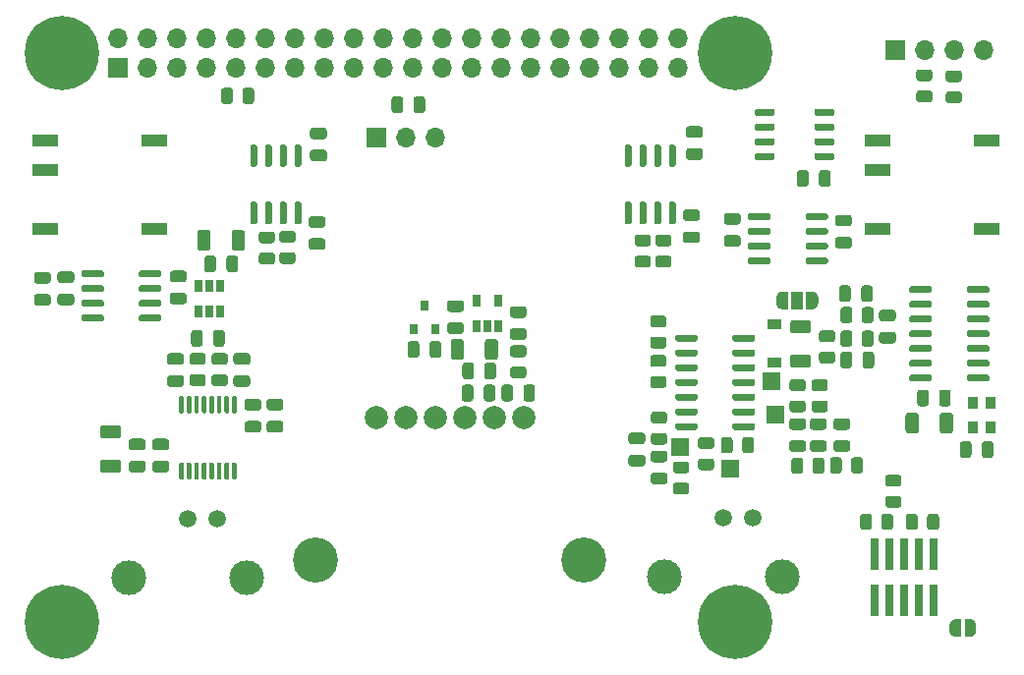
<source format=gts>
G04 #@! TF.GenerationSoftware,KiCad,Pcbnew,5.1.10-88a1d61d58~90~ubuntu21.04.1*
G04 #@! TF.CreationDate,2021-10-28T10:16:53+02:00*
G04 #@! TF.ProjectId,dwc-hat,6477632d-6861-4742-9e6b-696361645f70,rev?*
G04 #@! TF.SameCoordinates,Original*
G04 #@! TF.FileFunction,Soldermask,Top*
G04 #@! TF.FilePolarity,Negative*
%FSLAX46Y46*%
G04 Gerber Fmt 4.6, Leading zero omitted, Abs format (unit mm)*
G04 Created by KiCad (PCBNEW 5.1.10-88a1d61d58~90~ubuntu21.04.1) date 2021-10-28 10:16:53*
%MOMM*%
%LPD*%
G01*
G04 APERTURE LIST*
%ADD10C,2.000000*%
%ADD11C,3.886200*%
%ADD12R,0.800000X0.900000*%
%ADD13R,1.500000X1.500000*%
%ADD14R,0.900000X1.000000*%
%ADD15O,1.700000X1.700000*%
%ADD16R,1.700000X1.700000*%
%ADD17R,0.650000X1.060000*%
%ADD18R,1.000000X1.500000*%
%ADD19C,0.100000*%
%ADD20R,2.300000X1.000000*%
%ADD21R,0.650000X2.760000*%
%ADD22C,1.500000*%
%ADD23C,3.000000*%
%ADD24R,1.220000X0.910000*%
%ADD25C,6.400000*%
G04 APERTURE END LIST*
D10*
X138950000Y-87210000D03*
X151640000Y-87210000D03*
D11*
X156847000Y-99440000D03*
X133733000Y-99440000D03*
D10*
X149100000Y-87200000D03*
X146560000Y-87200000D03*
X144020000Y-87200000D03*
X141480000Y-87200000D03*
D12*
X143131500Y-77565500D03*
X144081500Y-79565500D03*
X142181500Y-79565500D03*
G36*
G01*
X146271000Y-78102000D02*
X145321000Y-78102000D01*
G75*
G02*
X145071000Y-77852000I0J250000D01*
G01*
X145071000Y-77352000D01*
G75*
G02*
X145321000Y-77102000I250000J0D01*
G01*
X146271000Y-77102000D01*
G75*
G02*
X146521000Y-77352000I0J-250000D01*
G01*
X146521000Y-77852000D01*
G75*
G02*
X146271000Y-78102000I-250000J0D01*
G01*
G37*
G36*
G01*
X146271000Y-80002000D02*
X145321000Y-80002000D01*
G75*
G02*
X145071000Y-79752000I0J250000D01*
G01*
X145071000Y-79252000D01*
G75*
G02*
X145321000Y-79002000I250000J0D01*
G01*
X146271000Y-79002000D01*
G75*
G02*
X146521000Y-79252000I0J-250000D01*
G01*
X146521000Y-79752000D01*
G75*
G02*
X146271000Y-80002000I-250000J0D01*
G01*
G37*
G36*
G01*
X150743499Y-82799500D02*
X151643501Y-82799500D01*
G75*
G02*
X151893500Y-83049499I0J-249999D01*
G01*
X151893500Y-83574501D01*
G75*
G02*
X151643501Y-83824500I-249999J0D01*
G01*
X150743499Y-83824500D01*
G75*
G02*
X150493500Y-83574501I0J249999D01*
G01*
X150493500Y-83049499D01*
G75*
G02*
X150743499Y-82799500I249999J0D01*
G01*
G37*
G36*
G01*
X150743499Y-80974500D02*
X151643501Y-80974500D01*
G75*
G02*
X151893500Y-81224499I0J-249999D01*
G01*
X151893500Y-81749501D01*
G75*
G02*
X151643501Y-81999500I-249999J0D01*
G01*
X150743499Y-81999500D01*
G75*
G02*
X150493500Y-81749501I0J249999D01*
G01*
X150493500Y-81224499D01*
G75*
G02*
X150743499Y-80974500I249999J0D01*
G01*
G37*
G36*
G01*
X151668500Y-78610000D02*
X150718500Y-78610000D01*
G75*
G02*
X150468500Y-78360000I0J250000D01*
G01*
X150468500Y-77860000D01*
G75*
G02*
X150718500Y-77610000I250000J0D01*
G01*
X151668500Y-77610000D01*
G75*
G02*
X151918500Y-77860000I0J-250000D01*
G01*
X151918500Y-78360000D01*
G75*
G02*
X151668500Y-78610000I-250000J0D01*
G01*
G37*
G36*
G01*
X151668500Y-80510000D02*
X150718500Y-80510000D01*
G75*
G02*
X150468500Y-80260000I0J250000D01*
G01*
X150468500Y-79760000D01*
G75*
G02*
X150718500Y-79510000I250000J0D01*
G01*
X151668500Y-79510000D01*
G75*
G02*
X151918500Y-79760000I0J-250000D01*
G01*
X151918500Y-80260000D01*
G75*
G02*
X151668500Y-80510000I-250000J0D01*
G01*
G37*
D13*
X172974000Y-84058500D03*
X165100000Y-89710000D03*
X169418000Y-91615000D03*
X173355000Y-86916000D03*
D14*
X190347000Y-88050000D03*
X190347000Y-85900000D03*
X191897000Y-85900000D03*
X191897000Y-88050000D03*
G36*
G01*
X191143000Y-90439000D02*
X191143000Y-89489000D01*
G75*
G02*
X191393000Y-89239000I250000J0D01*
G01*
X191893000Y-89239000D01*
G75*
G02*
X192143000Y-89489000I0J-250000D01*
G01*
X192143000Y-90439000D01*
G75*
G02*
X191893000Y-90689000I-250000J0D01*
G01*
X191393000Y-90689000D01*
G75*
G02*
X191143000Y-90439000I0J250000D01*
G01*
G37*
G36*
G01*
X189243000Y-90439000D02*
X189243000Y-89489000D01*
G75*
G02*
X189493000Y-89239000I250000J0D01*
G01*
X189993000Y-89239000D01*
G75*
G02*
X190243000Y-89489000I0J-250000D01*
G01*
X190243000Y-90439000D01*
G75*
G02*
X189993000Y-90689000I-250000J0D01*
G01*
X189493000Y-90689000D01*
G75*
G02*
X189243000Y-90439000I0J250000D01*
G01*
G37*
D15*
X191262000Y-55547000D03*
X188722000Y-55547000D03*
X186182000Y-55547000D03*
D16*
X183642000Y-55547000D03*
D15*
X144018000Y-63040000D03*
X141478000Y-63040000D03*
D16*
X138938000Y-63040000D03*
G36*
G01*
X150746000Y-84615000D02*
X150746000Y-85565000D01*
G75*
G02*
X150496000Y-85815000I-250000J0D01*
G01*
X149996000Y-85815000D01*
G75*
G02*
X149746000Y-85565000I0J250000D01*
G01*
X149746000Y-84615000D01*
G75*
G02*
X149996000Y-84365000I250000J0D01*
G01*
X150496000Y-84365000D01*
G75*
G02*
X150746000Y-84615000I0J-250000D01*
G01*
G37*
G36*
G01*
X152646000Y-84615000D02*
X152646000Y-85565000D01*
G75*
G02*
X152396000Y-85815000I-250000J0D01*
G01*
X151896000Y-85815000D01*
G75*
G02*
X151646000Y-85565000I0J250000D01*
G01*
X151646000Y-84615000D01*
G75*
G02*
X151896000Y-84365000I250000J0D01*
G01*
X152396000Y-84365000D01*
G75*
G02*
X152646000Y-84615000I0J-250000D01*
G01*
G37*
G36*
G01*
X148217000Y-85565000D02*
X148217000Y-84615000D01*
G75*
G02*
X148467000Y-84365000I250000J0D01*
G01*
X148967000Y-84365000D01*
G75*
G02*
X149217000Y-84615000I0J-250000D01*
G01*
X149217000Y-85565000D01*
G75*
G02*
X148967000Y-85815000I-250000J0D01*
G01*
X148467000Y-85815000D01*
G75*
G02*
X148217000Y-85565000I0J250000D01*
G01*
G37*
G36*
G01*
X146317000Y-85565000D02*
X146317000Y-84615000D01*
G75*
G02*
X146567000Y-84365000I250000J0D01*
G01*
X147067000Y-84365000D01*
G75*
G02*
X147317000Y-84615000I0J-250000D01*
G01*
X147317000Y-85565000D01*
G75*
G02*
X147067000Y-85815000I-250000J0D01*
G01*
X146567000Y-85815000D01*
G75*
G02*
X146317000Y-85565000I0J250000D01*
G01*
G37*
G36*
G01*
X148278000Y-83660000D02*
X148278000Y-82710000D01*
G75*
G02*
X148528000Y-82460000I250000J0D01*
G01*
X149028000Y-82460000D01*
G75*
G02*
X149278000Y-82710000I0J-250000D01*
G01*
X149278000Y-83660000D01*
G75*
G02*
X149028000Y-83910000I-250000J0D01*
G01*
X148528000Y-83910000D01*
G75*
G02*
X148278000Y-83660000I0J250000D01*
G01*
G37*
G36*
G01*
X146378000Y-83660000D02*
X146378000Y-82710000D01*
G75*
G02*
X146628000Y-82460000I250000J0D01*
G01*
X147128000Y-82460000D01*
G75*
G02*
X147378000Y-82710000I0J-250000D01*
G01*
X147378000Y-83660000D01*
G75*
G02*
X147128000Y-83910000I-250000J0D01*
G01*
X146628000Y-83910000D01*
G75*
G02*
X146378000Y-83660000I0J250000D01*
G01*
G37*
G36*
G01*
X175749000Y-90910998D02*
X175749000Y-91811002D01*
G75*
G02*
X175499002Y-92061000I-249998J0D01*
G01*
X174973998Y-92061000D01*
G75*
G02*
X174724000Y-91811002I0J249998D01*
G01*
X174724000Y-90910998D01*
G75*
G02*
X174973998Y-90661000I249998J0D01*
G01*
X175499002Y-90661000D01*
G75*
G02*
X175749000Y-90910998I0J-249998D01*
G01*
G37*
G36*
G01*
X177574000Y-90910998D02*
X177574000Y-91811002D01*
G75*
G02*
X177324002Y-92061000I-249998J0D01*
G01*
X176798998Y-92061000D01*
G75*
G02*
X176549000Y-91811002I0J249998D01*
G01*
X176549000Y-90910998D01*
G75*
G02*
X176798998Y-90661000I249998J0D01*
G01*
X177324002Y-90661000D01*
G75*
G02*
X177574000Y-90910998I0J-249998D01*
G01*
G37*
G36*
G01*
X142182000Y-60721000D02*
X142182000Y-59771000D01*
G75*
G02*
X142432000Y-59521000I250000J0D01*
G01*
X142932000Y-59521000D01*
G75*
G02*
X143182000Y-59771000I0J-250000D01*
G01*
X143182000Y-60721000D01*
G75*
G02*
X142932000Y-60971000I-250000J0D01*
G01*
X142432000Y-60971000D01*
G75*
G02*
X142182000Y-60721000I0J250000D01*
G01*
G37*
G36*
G01*
X140282000Y-60721000D02*
X140282000Y-59771000D01*
G75*
G02*
X140532000Y-59521000I250000J0D01*
G01*
X141032000Y-59521000D01*
G75*
G02*
X141282000Y-59771000I0J-250000D01*
G01*
X141282000Y-60721000D01*
G75*
G02*
X141032000Y-60971000I-250000J0D01*
G01*
X140532000Y-60971000D01*
G75*
G02*
X140282000Y-60721000I0J250000D01*
G01*
G37*
G36*
G01*
X126623500Y-59033998D02*
X126623500Y-59934002D01*
G75*
G02*
X126373502Y-60184000I-249998J0D01*
G01*
X125848498Y-60184000D01*
G75*
G02*
X125598500Y-59934002I0J249998D01*
G01*
X125598500Y-59033998D01*
G75*
G02*
X125848498Y-58784000I249998J0D01*
G01*
X126373502Y-58784000D01*
G75*
G02*
X126623500Y-59033998I0J-249998D01*
G01*
G37*
G36*
G01*
X128448500Y-59033998D02*
X128448500Y-59934002D01*
G75*
G02*
X128198502Y-60184000I-249998J0D01*
G01*
X127673498Y-60184000D01*
G75*
G02*
X127423500Y-59934002I0J249998D01*
G01*
X127423500Y-59033998D01*
G75*
G02*
X127673498Y-58784000I249998J0D01*
G01*
X128198502Y-58784000D01*
G75*
G02*
X128448500Y-59033998I0J-249998D01*
G01*
G37*
G36*
G01*
X176706000Y-61031000D02*
X176706000Y-60731000D01*
G75*
G02*
X176856000Y-60581000I150000J0D01*
G01*
X178306000Y-60581000D01*
G75*
G02*
X178456000Y-60731000I0J-150000D01*
G01*
X178456000Y-61031000D01*
G75*
G02*
X178306000Y-61181000I-150000J0D01*
G01*
X176856000Y-61181000D01*
G75*
G02*
X176706000Y-61031000I0J150000D01*
G01*
G37*
G36*
G01*
X176706000Y-62301000D02*
X176706000Y-62001000D01*
G75*
G02*
X176856000Y-61851000I150000J0D01*
G01*
X178306000Y-61851000D01*
G75*
G02*
X178456000Y-62001000I0J-150000D01*
G01*
X178456000Y-62301000D01*
G75*
G02*
X178306000Y-62451000I-150000J0D01*
G01*
X176856000Y-62451000D01*
G75*
G02*
X176706000Y-62301000I0J150000D01*
G01*
G37*
G36*
G01*
X176706000Y-63571000D02*
X176706000Y-63271000D01*
G75*
G02*
X176856000Y-63121000I150000J0D01*
G01*
X178306000Y-63121000D01*
G75*
G02*
X178456000Y-63271000I0J-150000D01*
G01*
X178456000Y-63571000D01*
G75*
G02*
X178306000Y-63721000I-150000J0D01*
G01*
X176856000Y-63721000D01*
G75*
G02*
X176706000Y-63571000I0J150000D01*
G01*
G37*
G36*
G01*
X176706000Y-64841000D02*
X176706000Y-64541000D01*
G75*
G02*
X176856000Y-64391000I150000J0D01*
G01*
X178306000Y-64391000D01*
G75*
G02*
X178456000Y-64541000I0J-150000D01*
G01*
X178456000Y-64841000D01*
G75*
G02*
X178306000Y-64991000I-150000J0D01*
G01*
X176856000Y-64991000D01*
G75*
G02*
X176706000Y-64841000I0J150000D01*
G01*
G37*
G36*
G01*
X171556000Y-64841000D02*
X171556000Y-64541000D01*
G75*
G02*
X171706000Y-64391000I150000J0D01*
G01*
X173156000Y-64391000D01*
G75*
G02*
X173306000Y-64541000I0J-150000D01*
G01*
X173306000Y-64841000D01*
G75*
G02*
X173156000Y-64991000I-150000J0D01*
G01*
X171706000Y-64991000D01*
G75*
G02*
X171556000Y-64841000I0J150000D01*
G01*
G37*
G36*
G01*
X171556000Y-63571000D02*
X171556000Y-63271000D01*
G75*
G02*
X171706000Y-63121000I150000J0D01*
G01*
X173156000Y-63121000D01*
G75*
G02*
X173306000Y-63271000I0J-150000D01*
G01*
X173306000Y-63571000D01*
G75*
G02*
X173156000Y-63721000I-150000J0D01*
G01*
X171706000Y-63721000D01*
G75*
G02*
X171556000Y-63571000I0J150000D01*
G01*
G37*
G36*
G01*
X171556000Y-62301000D02*
X171556000Y-62001000D01*
G75*
G02*
X171706000Y-61851000I150000J0D01*
G01*
X173156000Y-61851000D01*
G75*
G02*
X173306000Y-62001000I0J-150000D01*
G01*
X173306000Y-62301000D01*
G75*
G02*
X173156000Y-62451000I-150000J0D01*
G01*
X171706000Y-62451000D01*
G75*
G02*
X171556000Y-62301000I0J150000D01*
G01*
G37*
G36*
G01*
X171556000Y-61031000D02*
X171556000Y-60731000D01*
G75*
G02*
X171706000Y-60581000I150000J0D01*
G01*
X173156000Y-60581000D01*
G75*
G02*
X173306000Y-60731000I0J-150000D01*
G01*
X173306000Y-61031000D01*
G75*
G02*
X173156000Y-61181000I-150000J0D01*
G01*
X171706000Y-61181000D01*
G75*
G02*
X171556000Y-61031000I0J150000D01*
G01*
G37*
G36*
G01*
X186632002Y-58218500D02*
X185731998Y-58218500D01*
G75*
G02*
X185482000Y-57968502I0J249998D01*
G01*
X185482000Y-57443498D01*
G75*
G02*
X185731998Y-57193500I249998J0D01*
G01*
X186632002Y-57193500D01*
G75*
G02*
X186882000Y-57443498I0J-249998D01*
G01*
X186882000Y-57968502D01*
G75*
G02*
X186632002Y-58218500I-249998J0D01*
G01*
G37*
G36*
G01*
X186632002Y-60043500D02*
X185731998Y-60043500D01*
G75*
G02*
X185482000Y-59793502I0J249998D01*
G01*
X185482000Y-59268498D01*
G75*
G02*
X185731998Y-59018500I249998J0D01*
G01*
X186632002Y-59018500D01*
G75*
G02*
X186882000Y-59268498I0J-249998D01*
G01*
X186882000Y-59793502D01*
G75*
G02*
X186632002Y-60043500I-249998J0D01*
G01*
G37*
G36*
G01*
X189172002Y-58298500D02*
X188271998Y-58298500D01*
G75*
G02*
X188022000Y-58048502I0J249998D01*
G01*
X188022000Y-57523498D01*
G75*
G02*
X188271998Y-57273500I249998J0D01*
G01*
X189172002Y-57273500D01*
G75*
G02*
X189422000Y-57523498I0J-249998D01*
G01*
X189422000Y-58048502D01*
G75*
G02*
X189172002Y-58298500I-249998J0D01*
G01*
G37*
G36*
G01*
X189172002Y-60123500D02*
X188271998Y-60123500D01*
G75*
G02*
X188022000Y-59873502I0J249998D01*
G01*
X188022000Y-59348498D01*
G75*
G02*
X188271998Y-59098500I249998J0D01*
G01*
X189172002Y-59098500D01*
G75*
G02*
X189422000Y-59348498I0J-249998D01*
G01*
X189422000Y-59873502D01*
G75*
G02*
X189172002Y-60123500I-249998J0D01*
G01*
G37*
G36*
G01*
X176207000Y-66121000D02*
X176207000Y-67071000D01*
G75*
G02*
X175957000Y-67321000I-250000J0D01*
G01*
X175457000Y-67321000D01*
G75*
G02*
X175207000Y-67071000I0J250000D01*
G01*
X175207000Y-66121000D01*
G75*
G02*
X175457000Y-65871000I250000J0D01*
G01*
X175957000Y-65871000D01*
G75*
G02*
X176207000Y-66121000I0J-250000D01*
G01*
G37*
G36*
G01*
X178107000Y-66121000D02*
X178107000Y-67071000D01*
G75*
G02*
X177857000Y-67321000I-250000J0D01*
G01*
X177357000Y-67321000D01*
G75*
G02*
X177107000Y-67071000I0J250000D01*
G01*
X177107000Y-66121000D01*
G75*
G02*
X177357000Y-65871000I250000J0D01*
G01*
X177857000Y-65871000D01*
G75*
G02*
X178107000Y-66121000I0J-250000D01*
G01*
G37*
D17*
X147580000Y-77107000D03*
X149480000Y-77107000D03*
X149480000Y-79307000D03*
X148530000Y-79307000D03*
X147580000Y-79307000D03*
G36*
G01*
X143568800Y-81805800D02*
X143568800Y-80855800D01*
G75*
G02*
X143818800Y-80605800I250000J0D01*
G01*
X144318800Y-80605800D01*
G75*
G02*
X144568800Y-80855800I0J-250000D01*
G01*
X144568800Y-81805800D01*
G75*
G02*
X144318800Y-82055800I-250000J0D01*
G01*
X143818800Y-82055800D01*
G75*
G02*
X143568800Y-81805800I0J250000D01*
G01*
G37*
G36*
G01*
X141668800Y-81805800D02*
X141668800Y-80855800D01*
G75*
G02*
X141918800Y-80605800I250000J0D01*
G01*
X142418800Y-80605800D01*
G75*
G02*
X142668800Y-80855800I0J-250000D01*
G01*
X142668800Y-81805800D01*
G75*
G02*
X142418800Y-82055800I-250000J0D01*
G01*
X141918800Y-82055800D01*
G75*
G02*
X141668800Y-81805800I0J250000D01*
G01*
G37*
G36*
G01*
X148319800Y-81980801D02*
X148319800Y-80680799D01*
G75*
G02*
X148569799Y-80430800I249999J0D01*
G01*
X149219801Y-80430800D01*
G75*
G02*
X149469800Y-80680799I0J-249999D01*
G01*
X149469800Y-81980801D01*
G75*
G02*
X149219801Y-82230800I-249999J0D01*
G01*
X148569799Y-82230800D01*
G75*
G02*
X148319800Y-81980801I0J249999D01*
G01*
G37*
G36*
G01*
X145369800Y-81980801D02*
X145369800Y-80680799D01*
G75*
G02*
X145619799Y-80430800I249999J0D01*
G01*
X146269801Y-80430800D01*
G75*
G02*
X146519800Y-80680799I0J-249999D01*
G01*
X146519800Y-81980801D01*
G75*
G02*
X146269801Y-82230800I-249999J0D01*
G01*
X145619799Y-82230800D01*
G75*
G02*
X145369800Y-81980801I0J249999D01*
G01*
G37*
G36*
G01*
X181669000Y-95743498D02*
X181669000Y-96643502D01*
G75*
G02*
X181419002Y-96893500I-249998J0D01*
G01*
X180893998Y-96893500D01*
G75*
G02*
X180644000Y-96643502I0J249998D01*
G01*
X180644000Y-95743498D01*
G75*
G02*
X180893998Y-95493500I249998J0D01*
G01*
X181419002Y-95493500D01*
G75*
G02*
X181669000Y-95743498I0J-249998D01*
G01*
G37*
G36*
G01*
X183494000Y-95743498D02*
X183494000Y-96643502D01*
G75*
G02*
X183244002Y-96893500I-249998J0D01*
G01*
X182718998Y-96893500D01*
G75*
G02*
X182469000Y-96643502I0J249998D01*
G01*
X182469000Y-95743498D01*
G75*
G02*
X182718998Y-95493500I249998J0D01*
G01*
X183244002Y-95493500D01*
G75*
G02*
X183494000Y-95743498I0J-249998D01*
G01*
G37*
G36*
G01*
X185629500Y-95743498D02*
X185629500Y-96643502D01*
G75*
G02*
X185379502Y-96893500I-249998J0D01*
G01*
X184854498Y-96893500D01*
G75*
G02*
X184604500Y-96643502I0J249998D01*
G01*
X184604500Y-95743498D01*
G75*
G02*
X184854498Y-95493500I249998J0D01*
G01*
X185379502Y-95493500D01*
G75*
G02*
X185629500Y-95743498I0J-249998D01*
G01*
G37*
G36*
G01*
X187454500Y-95743498D02*
X187454500Y-96643502D01*
G75*
G02*
X187204502Y-96893500I-249998J0D01*
G01*
X186679498Y-96893500D01*
G75*
G02*
X186429500Y-96643502I0J249998D01*
G01*
X186429500Y-95743498D01*
G75*
G02*
X186679498Y-95493500I249998J0D01*
G01*
X187204502Y-95493500D01*
G75*
G02*
X187454500Y-95743498I0J-249998D01*
G01*
G37*
G36*
G01*
X186834500Y-83629000D02*
X186834500Y-83929000D01*
G75*
G02*
X186684500Y-84079000I-150000J0D01*
G01*
X185034500Y-84079000D01*
G75*
G02*
X184884500Y-83929000I0J150000D01*
G01*
X184884500Y-83629000D01*
G75*
G02*
X185034500Y-83479000I150000J0D01*
G01*
X186684500Y-83479000D01*
G75*
G02*
X186834500Y-83629000I0J-150000D01*
G01*
G37*
G36*
G01*
X186834500Y-82359000D02*
X186834500Y-82659000D01*
G75*
G02*
X186684500Y-82809000I-150000J0D01*
G01*
X185034500Y-82809000D01*
G75*
G02*
X184884500Y-82659000I0J150000D01*
G01*
X184884500Y-82359000D01*
G75*
G02*
X185034500Y-82209000I150000J0D01*
G01*
X186684500Y-82209000D01*
G75*
G02*
X186834500Y-82359000I0J-150000D01*
G01*
G37*
G36*
G01*
X186834500Y-81089000D02*
X186834500Y-81389000D01*
G75*
G02*
X186684500Y-81539000I-150000J0D01*
G01*
X185034500Y-81539000D01*
G75*
G02*
X184884500Y-81389000I0J150000D01*
G01*
X184884500Y-81089000D01*
G75*
G02*
X185034500Y-80939000I150000J0D01*
G01*
X186684500Y-80939000D01*
G75*
G02*
X186834500Y-81089000I0J-150000D01*
G01*
G37*
G36*
G01*
X186834500Y-79819000D02*
X186834500Y-80119000D01*
G75*
G02*
X186684500Y-80269000I-150000J0D01*
G01*
X185034500Y-80269000D01*
G75*
G02*
X184884500Y-80119000I0J150000D01*
G01*
X184884500Y-79819000D01*
G75*
G02*
X185034500Y-79669000I150000J0D01*
G01*
X186684500Y-79669000D01*
G75*
G02*
X186834500Y-79819000I0J-150000D01*
G01*
G37*
G36*
G01*
X186834500Y-78549000D02*
X186834500Y-78849000D01*
G75*
G02*
X186684500Y-78999000I-150000J0D01*
G01*
X185034500Y-78999000D01*
G75*
G02*
X184884500Y-78849000I0J150000D01*
G01*
X184884500Y-78549000D01*
G75*
G02*
X185034500Y-78399000I150000J0D01*
G01*
X186684500Y-78399000D01*
G75*
G02*
X186834500Y-78549000I0J-150000D01*
G01*
G37*
G36*
G01*
X186834500Y-77279000D02*
X186834500Y-77579000D01*
G75*
G02*
X186684500Y-77729000I-150000J0D01*
G01*
X185034500Y-77729000D01*
G75*
G02*
X184884500Y-77579000I0J150000D01*
G01*
X184884500Y-77279000D01*
G75*
G02*
X185034500Y-77129000I150000J0D01*
G01*
X186684500Y-77129000D01*
G75*
G02*
X186834500Y-77279000I0J-150000D01*
G01*
G37*
G36*
G01*
X186834500Y-76009000D02*
X186834500Y-76309000D01*
G75*
G02*
X186684500Y-76459000I-150000J0D01*
G01*
X185034500Y-76459000D01*
G75*
G02*
X184884500Y-76309000I0J150000D01*
G01*
X184884500Y-76009000D01*
G75*
G02*
X185034500Y-75859000I150000J0D01*
G01*
X186684500Y-75859000D01*
G75*
G02*
X186834500Y-76009000I0J-150000D01*
G01*
G37*
G36*
G01*
X191784500Y-76009000D02*
X191784500Y-76309000D01*
G75*
G02*
X191634500Y-76459000I-150000J0D01*
G01*
X189984500Y-76459000D01*
G75*
G02*
X189834500Y-76309000I0J150000D01*
G01*
X189834500Y-76009000D01*
G75*
G02*
X189984500Y-75859000I150000J0D01*
G01*
X191634500Y-75859000D01*
G75*
G02*
X191784500Y-76009000I0J-150000D01*
G01*
G37*
G36*
G01*
X191784500Y-77279000D02*
X191784500Y-77579000D01*
G75*
G02*
X191634500Y-77729000I-150000J0D01*
G01*
X189984500Y-77729000D01*
G75*
G02*
X189834500Y-77579000I0J150000D01*
G01*
X189834500Y-77279000D01*
G75*
G02*
X189984500Y-77129000I150000J0D01*
G01*
X191634500Y-77129000D01*
G75*
G02*
X191784500Y-77279000I0J-150000D01*
G01*
G37*
G36*
G01*
X191784500Y-78549000D02*
X191784500Y-78849000D01*
G75*
G02*
X191634500Y-78999000I-150000J0D01*
G01*
X189984500Y-78999000D01*
G75*
G02*
X189834500Y-78849000I0J150000D01*
G01*
X189834500Y-78549000D01*
G75*
G02*
X189984500Y-78399000I150000J0D01*
G01*
X191634500Y-78399000D01*
G75*
G02*
X191784500Y-78549000I0J-150000D01*
G01*
G37*
G36*
G01*
X191784500Y-79819000D02*
X191784500Y-80119000D01*
G75*
G02*
X191634500Y-80269000I-150000J0D01*
G01*
X189984500Y-80269000D01*
G75*
G02*
X189834500Y-80119000I0J150000D01*
G01*
X189834500Y-79819000D01*
G75*
G02*
X189984500Y-79669000I150000J0D01*
G01*
X191634500Y-79669000D01*
G75*
G02*
X191784500Y-79819000I0J-150000D01*
G01*
G37*
G36*
G01*
X191784500Y-81089000D02*
X191784500Y-81389000D01*
G75*
G02*
X191634500Y-81539000I-150000J0D01*
G01*
X189984500Y-81539000D01*
G75*
G02*
X189834500Y-81389000I0J150000D01*
G01*
X189834500Y-81089000D01*
G75*
G02*
X189984500Y-80939000I150000J0D01*
G01*
X191634500Y-80939000D01*
G75*
G02*
X191784500Y-81089000I0J-150000D01*
G01*
G37*
G36*
G01*
X191784500Y-82359000D02*
X191784500Y-82659000D01*
G75*
G02*
X191634500Y-82809000I-150000J0D01*
G01*
X189984500Y-82809000D01*
G75*
G02*
X189834500Y-82659000I0J150000D01*
G01*
X189834500Y-82359000D01*
G75*
G02*
X189984500Y-82209000I150000J0D01*
G01*
X191634500Y-82209000D01*
G75*
G02*
X191784500Y-82359000I0J-150000D01*
G01*
G37*
G36*
G01*
X191784500Y-83629000D02*
X191784500Y-83929000D01*
G75*
G02*
X191634500Y-84079000I-150000J0D01*
G01*
X189984500Y-84079000D01*
G75*
G02*
X189834500Y-83929000I0J150000D01*
G01*
X189834500Y-83629000D01*
G75*
G02*
X189984500Y-83479000I150000J0D01*
G01*
X191634500Y-83479000D01*
G75*
G02*
X191784500Y-83629000I0J-150000D01*
G01*
G37*
G36*
G01*
X179986500Y-77918998D02*
X179986500Y-78819002D01*
G75*
G02*
X179736502Y-79069000I-249998J0D01*
G01*
X179211498Y-79069000D01*
G75*
G02*
X178961500Y-78819002I0J249998D01*
G01*
X178961500Y-77918998D01*
G75*
G02*
X179211498Y-77669000I249998J0D01*
G01*
X179736502Y-77669000D01*
G75*
G02*
X179986500Y-77918998I0J-249998D01*
G01*
G37*
G36*
G01*
X181811500Y-77918998D02*
X181811500Y-78819002D01*
G75*
G02*
X181561502Y-79069000I-249998J0D01*
G01*
X181036498Y-79069000D01*
G75*
G02*
X180786500Y-78819002I0J249998D01*
G01*
X180786500Y-77918998D01*
G75*
G02*
X181036498Y-77669000I249998J0D01*
G01*
X181561502Y-77669000D01*
G75*
G02*
X181811500Y-77918998I0J-249998D01*
G01*
G37*
G36*
G01*
X179986500Y-79950998D02*
X179986500Y-80851002D01*
G75*
G02*
X179736502Y-81101000I-249998J0D01*
G01*
X179211498Y-81101000D01*
G75*
G02*
X178961500Y-80851002I0J249998D01*
G01*
X178961500Y-79950998D01*
G75*
G02*
X179211498Y-79701000I249998J0D01*
G01*
X179736502Y-79701000D01*
G75*
G02*
X179986500Y-79950998I0J-249998D01*
G01*
G37*
G36*
G01*
X181811500Y-79950998D02*
X181811500Y-80851002D01*
G75*
G02*
X181561502Y-81101000I-249998J0D01*
G01*
X181036498Y-81101000D01*
G75*
G02*
X180786500Y-80851002I0J249998D01*
G01*
X180786500Y-79950998D01*
G75*
G02*
X181036498Y-79701000I249998J0D01*
G01*
X181561502Y-79701000D01*
G75*
G02*
X181811500Y-79950998I0J-249998D01*
G01*
G37*
G36*
G01*
X179833000Y-76052500D02*
X179833000Y-77002500D01*
G75*
G02*
X179583000Y-77252500I-250000J0D01*
G01*
X179083000Y-77252500D01*
G75*
G02*
X178833000Y-77002500I0J250000D01*
G01*
X178833000Y-76052500D01*
G75*
G02*
X179083000Y-75802500I250000J0D01*
G01*
X179583000Y-75802500D01*
G75*
G02*
X179833000Y-76052500I0J-250000D01*
G01*
G37*
G36*
G01*
X181733000Y-76052500D02*
X181733000Y-77002500D01*
G75*
G02*
X181483000Y-77252500I-250000J0D01*
G01*
X180983000Y-77252500D01*
G75*
G02*
X180733000Y-77002500I0J250000D01*
G01*
X180733000Y-76052500D01*
G75*
G02*
X180983000Y-75802500I250000J0D01*
G01*
X181483000Y-75802500D01*
G75*
G02*
X181733000Y-76052500I0J-250000D01*
G01*
G37*
G36*
G01*
X183482000Y-78912000D02*
X182532000Y-78912000D01*
G75*
G02*
X182282000Y-78662000I0J250000D01*
G01*
X182282000Y-78162000D01*
G75*
G02*
X182532000Y-77912000I250000J0D01*
G01*
X183482000Y-77912000D01*
G75*
G02*
X183732000Y-78162000I0J-250000D01*
G01*
X183732000Y-78662000D01*
G75*
G02*
X183482000Y-78912000I-250000J0D01*
G01*
G37*
G36*
G01*
X183482000Y-80812000D02*
X182532000Y-80812000D01*
G75*
G02*
X182282000Y-80562000I0J250000D01*
G01*
X182282000Y-80062000D01*
G75*
G02*
X182532000Y-79812000I250000J0D01*
G01*
X183482000Y-79812000D01*
G75*
G02*
X183732000Y-80062000I0J-250000D01*
G01*
X183732000Y-80562000D01*
G75*
G02*
X183482000Y-80812000I-250000J0D01*
G01*
G37*
G36*
G01*
X180860000Y-82717500D02*
X180860000Y-81767500D01*
G75*
G02*
X181110000Y-81517500I250000J0D01*
G01*
X181610000Y-81517500D01*
G75*
G02*
X181860000Y-81767500I0J-250000D01*
G01*
X181860000Y-82717500D01*
G75*
G02*
X181610000Y-82967500I-250000J0D01*
G01*
X181110000Y-82967500D01*
G75*
G02*
X180860000Y-82717500I0J250000D01*
G01*
G37*
G36*
G01*
X178960000Y-82717500D02*
X178960000Y-81767500D01*
G75*
G02*
X179210000Y-81517500I250000J0D01*
G01*
X179710000Y-81517500D01*
G75*
G02*
X179960000Y-81767500I0J-250000D01*
G01*
X179960000Y-82717500D01*
G75*
G02*
X179710000Y-82967500I-250000J0D01*
G01*
X179210000Y-82967500D01*
G75*
G02*
X178960000Y-82717500I0J250000D01*
G01*
G37*
D18*
X175236500Y-77099000D03*
D19*
G36*
X176536500Y-76349602D02*
G01*
X176561034Y-76349602D01*
X176609865Y-76354412D01*
X176657990Y-76363984D01*
X176704945Y-76378228D01*
X176750278Y-76397005D01*
X176793551Y-76420136D01*
X176834350Y-76447396D01*
X176872279Y-76478524D01*
X176906976Y-76513221D01*
X176938104Y-76551150D01*
X176965364Y-76591949D01*
X176988495Y-76635222D01*
X177007272Y-76680555D01*
X177021516Y-76727510D01*
X177031088Y-76775635D01*
X177035898Y-76824466D01*
X177035898Y-76849000D01*
X177036500Y-76849000D01*
X177036500Y-77349000D01*
X177035898Y-77349000D01*
X177035898Y-77373534D01*
X177031088Y-77422365D01*
X177021516Y-77470490D01*
X177007272Y-77517445D01*
X176988495Y-77562778D01*
X176965364Y-77606051D01*
X176938104Y-77646850D01*
X176906976Y-77684779D01*
X176872279Y-77719476D01*
X176834350Y-77750604D01*
X176793551Y-77777864D01*
X176750278Y-77800995D01*
X176704945Y-77819772D01*
X176657990Y-77834016D01*
X176609865Y-77843588D01*
X176561034Y-77848398D01*
X176536500Y-77848398D01*
X176536500Y-77849000D01*
X175986500Y-77849000D01*
X175986500Y-76349000D01*
X176536500Y-76349000D01*
X176536500Y-76349602D01*
G37*
G36*
X174486500Y-77849000D02*
G01*
X173936500Y-77849000D01*
X173936500Y-77848398D01*
X173911966Y-77848398D01*
X173863135Y-77843588D01*
X173815010Y-77834016D01*
X173768055Y-77819772D01*
X173722722Y-77800995D01*
X173679449Y-77777864D01*
X173638650Y-77750604D01*
X173600721Y-77719476D01*
X173566024Y-77684779D01*
X173534896Y-77646850D01*
X173507636Y-77606051D01*
X173484505Y-77562778D01*
X173465728Y-77517445D01*
X173451484Y-77470490D01*
X173441912Y-77422365D01*
X173437102Y-77373534D01*
X173437102Y-77349000D01*
X173436500Y-77349000D01*
X173436500Y-76849000D01*
X173437102Y-76849000D01*
X173437102Y-76824466D01*
X173441912Y-76775635D01*
X173451484Y-76727510D01*
X173465728Y-76680555D01*
X173484505Y-76635222D01*
X173507636Y-76591949D01*
X173534896Y-76551150D01*
X173566024Y-76513221D01*
X173600721Y-76478524D01*
X173638650Y-76447396D01*
X173679449Y-76420136D01*
X173722722Y-76397005D01*
X173768055Y-76378228D01*
X173815010Y-76363984D01*
X173863135Y-76354412D01*
X173911966Y-76349602D01*
X173936500Y-76349602D01*
X173936500Y-76349000D01*
X174486500Y-76349000D01*
X174486500Y-77849000D01*
G37*
D20*
X119830000Y-70940000D03*
X119830000Y-63320000D03*
X110430000Y-70940000D03*
X110430000Y-65860000D03*
X110430000Y-63320000D03*
X191560000Y-70940000D03*
X191560000Y-63320000D03*
X182160000Y-70940000D03*
X182160000Y-65860000D03*
X182160000Y-63320000D03*
G36*
G01*
X163708502Y-79427500D02*
X162808498Y-79427500D01*
G75*
G02*
X162558500Y-79177502I0J249998D01*
G01*
X162558500Y-78652498D01*
G75*
G02*
X162808498Y-78402500I249998J0D01*
G01*
X163708502Y-78402500D01*
G75*
G02*
X163958500Y-78652498I0J-249998D01*
G01*
X163958500Y-79177502D01*
G75*
G02*
X163708502Y-79427500I-249998J0D01*
G01*
G37*
G36*
G01*
X163708502Y-81252500D02*
X162808498Y-81252500D01*
G75*
G02*
X162558500Y-81002502I0J249998D01*
G01*
X162558500Y-80477498D01*
G75*
G02*
X162808498Y-80227500I249998J0D01*
G01*
X163708502Y-80227500D01*
G75*
G02*
X163958500Y-80477498I0J-249998D01*
G01*
X163958500Y-81002502D01*
G75*
G02*
X163708502Y-81252500I-249998J0D01*
G01*
G37*
G36*
G01*
X163715002Y-82835000D02*
X162814998Y-82835000D01*
G75*
G02*
X162565000Y-82585002I0J249998D01*
G01*
X162565000Y-82059998D01*
G75*
G02*
X162814998Y-81810000I249998J0D01*
G01*
X163715002Y-81810000D01*
G75*
G02*
X163965000Y-82059998I0J-249998D01*
G01*
X163965000Y-82585002D01*
G75*
G02*
X163715002Y-82835000I-249998J0D01*
G01*
G37*
G36*
G01*
X163715002Y-84660000D02*
X162814998Y-84660000D01*
G75*
G02*
X162565000Y-84410002I0J249998D01*
G01*
X162565000Y-83884998D01*
G75*
G02*
X162814998Y-83635000I249998J0D01*
G01*
X163715002Y-83635000D01*
G75*
G02*
X163965000Y-83884998I0J-249998D01*
G01*
X163965000Y-84410002D01*
G75*
G02*
X163715002Y-84660000I-249998J0D01*
G01*
G37*
G36*
G01*
X118500000Y-74965000D02*
X118500000Y-74665000D01*
G75*
G02*
X118650000Y-74515000I150000J0D01*
G01*
X120300000Y-74515000D01*
G75*
G02*
X120450000Y-74665000I0J-150000D01*
G01*
X120450000Y-74965000D01*
G75*
G02*
X120300000Y-75115000I-150000J0D01*
G01*
X118650000Y-75115000D01*
G75*
G02*
X118500000Y-74965000I0J150000D01*
G01*
G37*
G36*
G01*
X118500000Y-76235000D02*
X118500000Y-75935000D01*
G75*
G02*
X118650000Y-75785000I150000J0D01*
G01*
X120300000Y-75785000D01*
G75*
G02*
X120450000Y-75935000I0J-150000D01*
G01*
X120450000Y-76235000D01*
G75*
G02*
X120300000Y-76385000I-150000J0D01*
G01*
X118650000Y-76385000D01*
G75*
G02*
X118500000Y-76235000I0J150000D01*
G01*
G37*
G36*
G01*
X118500000Y-77505000D02*
X118500000Y-77205000D01*
G75*
G02*
X118650000Y-77055000I150000J0D01*
G01*
X120300000Y-77055000D01*
G75*
G02*
X120450000Y-77205000I0J-150000D01*
G01*
X120450000Y-77505000D01*
G75*
G02*
X120300000Y-77655000I-150000J0D01*
G01*
X118650000Y-77655000D01*
G75*
G02*
X118500000Y-77505000I0J150000D01*
G01*
G37*
G36*
G01*
X118500000Y-78775000D02*
X118500000Y-78475000D01*
G75*
G02*
X118650000Y-78325000I150000J0D01*
G01*
X120300000Y-78325000D01*
G75*
G02*
X120450000Y-78475000I0J-150000D01*
G01*
X120450000Y-78775000D01*
G75*
G02*
X120300000Y-78925000I-150000J0D01*
G01*
X118650000Y-78925000D01*
G75*
G02*
X118500000Y-78775000I0J150000D01*
G01*
G37*
G36*
G01*
X113550000Y-78775000D02*
X113550000Y-78475000D01*
G75*
G02*
X113700000Y-78325000I150000J0D01*
G01*
X115350000Y-78325000D01*
G75*
G02*
X115500000Y-78475000I0J-150000D01*
G01*
X115500000Y-78775000D01*
G75*
G02*
X115350000Y-78925000I-150000J0D01*
G01*
X113700000Y-78925000D01*
G75*
G02*
X113550000Y-78775000I0J150000D01*
G01*
G37*
G36*
G01*
X113550000Y-77505000D02*
X113550000Y-77205000D01*
G75*
G02*
X113700000Y-77055000I150000J0D01*
G01*
X115350000Y-77055000D01*
G75*
G02*
X115500000Y-77205000I0J-150000D01*
G01*
X115500000Y-77505000D01*
G75*
G02*
X115350000Y-77655000I-150000J0D01*
G01*
X113700000Y-77655000D01*
G75*
G02*
X113550000Y-77505000I0J150000D01*
G01*
G37*
G36*
G01*
X113550000Y-76235000D02*
X113550000Y-75935000D01*
G75*
G02*
X113700000Y-75785000I150000J0D01*
G01*
X115350000Y-75785000D01*
G75*
G02*
X115500000Y-75935000I0J-150000D01*
G01*
X115500000Y-76235000D01*
G75*
G02*
X115350000Y-76385000I-150000J0D01*
G01*
X113700000Y-76385000D01*
G75*
G02*
X113550000Y-76235000I0J150000D01*
G01*
G37*
G36*
G01*
X113550000Y-74965000D02*
X113550000Y-74665000D01*
G75*
G02*
X113700000Y-74515000I150000J0D01*
G01*
X115350000Y-74515000D01*
G75*
G02*
X115500000Y-74665000I0J-150000D01*
G01*
X115500000Y-74965000D01*
G75*
G02*
X115350000Y-75115000I-150000J0D01*
G01*
X113700000Y-75115000D01*
G75*
G02*
X113550000Y-74965000I0J150000D01*
G01*
G37*
G36*
G01*
X175940000Y-70035000D02*
X175940000Y-69735000D01*
G75*
G02*
X176090000Y-69585000I150000J0D01*
G01*
X177740000Y-69585000D01*
G75*
G02*
X177890000Y-69735000I0J-150000D01*
G01*
X177890000Y-70035000D01*
G75*
G02*
X177740000Y-70185000I-150000J0D01*
G01*
X176090000Y-70185000D01*
G75*
G02*
X175940000Y-70035000I0J150000D01*
G01*
G37*
G36*
G01*
X175940000Y-71305000D02*
X175940000Y-71005000D01*
G75*
G02*
X176090000Y-70855000I150000J0D01*
G01*
X177740000Y-70855000D01*
G75*
G02*
X177890000Y-71005000I0J-150000D01*
G01*
X177890000Y-71305000D01*
G75*
G02*
X177740000Y-71455000I-150000J0D01*
G01*
X176090000Y-71455000D01*
G75*
G02*
X175940000Y-71305000I0J150000D01*
G01*
G37*
G36*
G01*
X175940000Y-72575000D02*
X175940000Y-72275000D01*
G75*
G02*
X176090000Y-72125000I150000J0D01*
G01*
X177740000Y-72125000D01*
G75*
G02*
X177890000Y-72275000I0J-150000D01*
G01*
X177890000Y-72575000D01*
G75*
G02*
X177740000Y-72725000I-150000J0D01*
G01*
X176090000Y-72725000D01*
G75*
G02*
X175940000Y-72575000I0J150000D01*
G01*
G37*
G36*
G01*
X175940000Y-73845000D02*
X175940000Y-73545000D01*
G75*
G02*
X176090000Y-73395000I150000J0D01*
G01*
X177740000Y-73395000D01*
G75*
G02*
X177890000Y-73545000I0J-150000D01*
G01*
X177890000Y-73845000D01*
G75*
G02*
X177740000Y-73995000I-150000J0D01*
G01*
X176090000Y-73995000D01*
G75*
G02*
X175940000Y-73845000I0J150000D01*
G01*
G37*
G36*
G01*
X170990000Y-73845000D02*
X170990000Y-73545000D01*
G75*
G02*
X171140000Y-73395000I150000J0D01*
G01*
X172790000Y-73395000D01*
G75*
G02*
X172940000Y-73545000I0J-150000D01*
G01*
X172940000Y-73845000D01*
G75*
G02*
X172790000Y-73995000I-150000J0D01*
G01*
X171140000Y-73995000D01*
G75*
G02*
X170990000Y-73845000I0J150000D01*
G01*
G37*
G36*
G01*
X170990000Y-72575000D02*
X170990000Y-72275000D01*
G75*
G02*
X171140000Y-72125000I150000J0D01*
G01*
X172790000Y-72125000D01*
G75*
G02*
X172940000Y-72275000I0J-150000D01*
G01*
X172940000Y-72575000D01*
G75*
G02*
X172790000Y-72725000I-150000J0D01*
G01*
X171140000Y-72725000D01*
G75*
G02*
X170990000Y-72575000I0J150000D01*
G01*
G37*
G36*
G01*
X170990000Y-71305000D02*
X170990000Y-71005000D01*
G75*
G02*
X171140000Y-70855000I150000J0D01*
G01*
X172790000Y-70855000D01*
G75*
G02*
X172940000Y-71005000I0J-150000D01*
G01*
X172940000Y-71305000D01*
G75*
G02*
X172790000Y-71455000I-150000J0D01*
G01*
X171140000Y-71455000D01*
G75*
G02*
X170990000Y-71305000I0J150000D01*
G01*
G37*
G36*
G01*
X170990000Y-70035000D02*
X170990000Y-69735000D01*
G75*
G02*
X171140000Y-69585000I150000J0D01*
G01*
X172790000Y-69585000D01*
G75*
G02*
X172940000Y-69735000I0J-150000D01*
G01*
X172940000Y-70035000D01*
G75*
G02*
X172790000Y-70185000I-150000J0D01*
G01*
X171140000Y-70185000D01*
G75*
G02*
X170990000Y-70035000I0J150000D01*
G01*
G37*
G36*
G01*
X125025998Y-83466000D02*
X125926002Y-83466000D01*
G75*
G02*
X126176000Y-83715998I0J-249998D01*
G01*
X126176000Y-84241002D01*
G75*
G02*
X125926002Y-84491000I-249998J0D01*
G01*
X125025998Y-84491000D01*
G75*
G02*
X124776000Y-84241002I0J249998D01*
G01*
X124776000Y-83715998D01*
G75*
G02*
X125025998Y-83466000I249998J0D01*
G01*
G37*
G36*
G01*
X125025998Y-81641000D02*
X125926002Y-81641000D01*
G75*
G02*
X126176000Y-81890998I0J-249998D01*
G01*
X126176000Y-82416002D01*
G75*
G02*
X125926002Y-82666000I-249998J0D01*
G01*
X125025998Y-82666000D01*
G75*
G02*
X124776000Y-82416002I0J249998D01*
G01*
X124776000Y-81890998D01*
G75*
G02*
X125025998Y-81641000I249998J0D01*
G01*
G37*
G36*
G01*
X123120998Y-83466000D02*
X124021002Y-83466000D01*
G75*
G02*
X124271000Y-83715998I0J-249998D01*
G01*
X124271000Y-84241002D01*
G75*
G02*
X124021002Y-84491000I-249998J0D01*
G01*
X123120998Y-84491000D01*
G75*
G02*
X122871000Y-84241002I0J249998D01*
G01*
X122871000Y-83715998D01*
G75*
G02*
X123120998Y-83466000I249998J0D01*
G01*
G37*
G36*
G01*
X123120998Y-81641000D02*
X124021002Y-81641000D01*
G75*
G02*
X124271000Y-81890998I0J-249998D01*
G01*
X124271000Y-82416002D01*
G75*
G02*
X124021002Y-82666000I-249998J0D01*
G01*
X123120998Y-82666000D01*
G75*
G02*
X122871000Y-82416002I0J249998D01*
G01*
X122871000Y-81890998D01*
G75*
G02*
X123120998Y-81641000I249998J0D01*
G01*
G37*
G36*
G01*
X177621502Y-84930500D02*
X176721498Y-84930500D01*
G75*
G02*
X176471500Y-84680502I0J249998D01*
G01*
X176471500Y-84155498D01*
G75*
G02*
X176721498Y-83905500I249998J0D01*
G01*
X177621502Y-83905500D01*
G75*
G02*
X177871500Y-84155498I0J-249998D01*
G01*
X177871500Y-84680502D01*
G75*
G02*
X177621502Y-84930500I-249998J0D01*
G01*
G37*
G36*
G01*
X177621502Y-86755500D02*
X176721498Y-86755500D01*
G75*
G02*
X176471500Y-86505502I0J249998D01*
G01*
X176471500Y-85980498D01*
G75*
G02*
X176721498Y-85730500I249998J0D01*
G01*
X177621502Y-85730500D01*
G75*
G02*
X177871500Y-85980498I0J-249998D01*
G01*
X177871500Y-86505502D01*
G75*
G02*
X177621502Y-86755500I-249998J0D01*
G01*
G37*
G36*
G01*
X166845000Y-63095500D02*
X165895000Y-63095500D01*
G75*
G02*
X165645000Y-62845500I0J250000D01*
G01*
X165645000Y-62345500D01*
G75*
G02*
X165895000Y-62095500I250000J0D01*
G01*
X166845000Y-62095500D01*
G75*
G02*
X167095000Y-62345500I0J-250000D01*
G01*
X167095000Y-62845500D01*
G75*
G02*
X166845000Y-63095500I-250000J0D01*
G01*
G37*
G36*
G01*
X166845000Y-64995500D02*
X165895000Y-64995500D01*
G75*
G02*
X165645000Y-64745500I0J250000D01*
G01*
X165645000Y-64245500D01*
G75*
G02*
X165895000Y-63995500I250000J0D01*
G01*
X166845000Y-63995500D01*
G75*
G02*
X167095000Y-64245500I0J-250000D01*
G01*
X167095000Y-64745500D01*
G75*
G02*
X166845000Y-64995500I-250000J0D01*
G01*
G37*
G36*
G01*
X133383000Y-71742500D02*
X134333000Y-71742500D01*
G75*
G02*
X134583000Y-71992500I0J-250000D01*
G01*
X134583000Y-72492500D01*
G75*
G02*
X134333000Y-72742500I-250000J0D01*
G01*
X133383000Y-72742500D01*
G75*
G02*
X133133000Y-72492500I0J250000D01*
G01*
X133133000Y-71992500D01*
G75*
G02*
X133383000Y-71742500I250000J0D01*
G01*
G37*
G36*
G01*
X133383000Y-69842500D02*
X134333000Y-69842500D01*
G75*
G02*
X134583000Y-70092500I0J-250000D01*
G01*
X134583000Y-70592500D01*
G75*
G02*
X134333000Y-70842500I-250000J0D01*
G01*
X133383000Y-70842500D01*
G75*
G02*
X133133000Y-70592500I0J250000D01*
G01*
X133133000Y-70092500D01*
G75*
G02*
X133383000Y-69842500I250000J0D01*
G01*
G37*
G36*
G01*
X121425000Y-76440000D02*
X122375000Y-76440000D01*
G75*
G02*
X122625000Y-76690000I0J-250000D01*
G01*
X122625000Y-77190000D01*
G75*
G02*
X122375000Y-77440000I-250000J0D01*
G01*
X121425000Y-77440000D01*
G75*
G02*
X121175000Y-77190000I0J250000D01*
G01*
X121175000Y-76690000D01*
G75*
G02*
X121425000Y-76440000I250000J0D01*
G01*
G37*
G36*
G01*
X121425000Y-74540000D02*
X122375000Y-74540000D01*
G75*
G02*
X122625000Y-74790000I0J-250000D01*
G01*
X122625000Y-75290000D01*
G75*
G02*
X122375000Y-75540000I-250000J0D01*
G01*
X121425000Y-75540000D01*
G75*
G02*
X121175000Y-75290000I0J250000D01*
G01*
X121175000Y-74790000D01*
G75*
G02*
X121425000Y-74540000I250000J0D01*
G01*
G37*
G36*
G01*
X111745000Y-76520000D02*
X112695000Y-76520000D01*
G75*
G02*
X112945000Y-76770000I0J-250000D01*
G01*
X112945000Y-77270000D01*
G75*
G02*
X112695000Y-77520000I-250000J0D01*
G01*
X111745000Y-77520000D01*
G75*
G02*
X111495000Y-77270000I0J250000D01*
G01*
X111495000Y-76770000D01*
G75*
G02*
X111745000Y-76520000I250000J0D01*
G01*
G37*
G36*
G01*
X111745000Y-74620000D02*
X112695000Y-74620000D01*
G75*
G02*
X112945000Y-74870000I0J-250000D01*
G01*
X112945000Y-75370000D01*
G75*
G02*
X112695000Y-75620000I-250000J0D01*
G01*
X111745000Y-75620000D01*
G75*
G02*
X111495000Y-75370000I0J250000D01*
G01*
X111495000Y-74870000D01*
G75*
G02*
X111745000Y-74620000I250000J0D01*
G01*
G37*
G36*
G01*
X134460000Y-63227500D02*
X133510000Y-63227500D01*
G75*
G02*
X133260000Y-62977500I0J250000D01*
G01*
X133260000Y-62477500D01*
G75*
G02*
X133510000Y-62227500I250000J0D01*
G01*
X134460000Y-62227500D01*
G75*
G02*
X134710000Y-62477500I0J-250000D01*
G01*
X134710000Y-62977500D01*
G75*
G02*
X134460000Y-63227500I-250000J0D01*
G01*
G37*
G36*
G01*
X134460000Y-65127500D02*
X133510000Y-65127500D01*
G75*
G02*
X133260000Y-64877500I0J250000D01*
G01*
X133260000Y-64377500D01*
G75*
G02*
X133510000Y-64127500I250000J0D01*
G01*
X134460000Y-64127500D01*
G75*
G02*
X134710000Y-64377500I0J-250000D01*
G01*
X134710000Y-64877500D01*
G75*
G02*
X134460000Y-65127500I-250000J0D01*
G01*
G37*
G36*
G01*
X165641000Y-71171000D02*
X166591000Y-71171000D01*
G75*
G02*
X166841000Y-71421000I0J-250000D01*
G01*
X166841000Y-71921000D01*
G75*
G02*
X166591000Y-72171000I-250000J0D01*
G01*
X165641000Y-72171000D01*
G75*
G02*
X165391000Y-71921000I0J250000D01*
G01*
X165391000Y-71421000D01*
G75*
G02*
X165641000Y-71171000I250000J0D01*
G01*
G37*
G36*
G01*
X165641000Y-69271000D02*
X166591000Y-69271000D01*
G75*
G02*
X166841000Y-69521000I0J-250000D01*
G01*
X166841000Y-70021000D01*
G75*
G02*
X166591000Y-70271000I-250000J0D01*
G01*
X165641000Y-70271000D01*
G75*
G02*
X165391000Y-70021000I0J250000D01*
G01*
X165391000Y-69521000D01*
G75*
G02*
X165641000Y-69271000I250000J0D01*
G01*
G37*
G36*
G01*
X126906000Y-83556000D02*
X127856000Y-83556000D01*
G75*
G02*
X128106000Y-83806000I0J-250000D01*
G01*
X128106000Y-84306000D01*
G75*
G02*
X127856000Y-84556000I-250000J0D01*
G01*
X126906000Y-84556000D01*
G75*
G02*
X126656000Y-84306000I0J250000D01*
G01*
X126656000Y-83806000D01*
G75*
G02*
X126906000Y-83556000I250000J0D01*
G01*
G37*
G36*
G01*
X126906000Y-81656000D02*
X127856000Y-81656000D01*
G75*
G02*
X128106000Y-81906000I0J-250000D01*
G01*
X128106000Y-82406000D01*
G75*
G02*
X127856000Y-82656000I-250000J0D01*
G01*
X126906000Y-82656000D01*
G75*
G02*
X126656000Y-82406000I0J250000D01*
G01*
X126656000Y-81906000D01*
G75*
G02*
X126906000Y-81656000I250000J0D01*
G01*
G37*
G36*
G01*
X124912500Y-80850500D02*
X124912500Y-79900500D01*
G75*
G02*
X125162500Y-79650500I250000J0D01*
G01*
X125662500Y-79650500D01*
G75*
G02*
X125912500Y-79900500I0J-250000D01*
G01*
X125912500Y-80850500D01*
G75*
G02*
X125662500Y-81100500I-250000J0D01*
G01*
X125162500Y-81100500D01*
G75*
G02*
X124912500Y-80850500I0J250000D01*
G01*
G37*
G36*
G01*
X123012500Y-80850500D02*
X123012500Y-79900500D01*
G75*
G02*
X123262500Y-79650500I250000J0D01*
G01*
X123762500Y-79650500D01*
G75*
G02*
X124012500Y-79900500I0J-250000D01*
G01*
X124012500Y-80850500D01*
G75*
G02*
X123762500Y-81100500I-250000J0D01*
G01*
X123262500Y-81100500D01*
G75*
G02*
X123012500Y-80850500I0J250000D01*
G01*
G37*
G36*
G01*
X122141000Y-82656000D02*
X121191000Y-82656000D01*
G75*
G02*
X120941000Y-82406000I0J250000D01*
G01*
X120941000Y-81906000D01*
G75*
G02*
X121191000Y-81656000I250000J0D01*
G01*
X122141000Y-81656000D01*
G75*
G02*
X122391000Y-81906000I0J-250000D01*
G01*
X122391000Y-82406000D01*
G75*
G02*
X122141000Y-82656000I-250000J0D01*
G01*
G37*
G36*
G01*
X122141000Y-84556000D02*
X121191000Y-84556000D01*
G75*
G02*
X120941000Y-84306000I0J250000D01*
G01*
X120941000Y-83806000D01*
G75*
G02*
X121191000Y-83556000I250000J0D01*
G01*
X122141000Y-83556000D01*
G75*
G02*
X122391000Y-83806000I0J-250000D01*
G01*
X122391000Y-84306000D01*
G75*
G02*
X122141000Y-84556000I-250000J0D01*
G01*
G37*
G36*
G01*
X129763500Y-85590500D02*
X130713500Y-85590500D01*
G75*
G02*
X130963500Y-85840500I0J-250000D01*
G01*
X130963500Y-86340500D01*
G75*
G02*
X130713500Y-86590500I-250000J0D01*
G01*
X129763500Y-86590500D01*
G75*
G02*
X129513500Y-86340500I0J250000D01*
G01*
X129513500Y-85840500D01*
G75*
G02*
X129763500Y-85590500I250000J0D01*
G01*
G37*
G36*
G01*
X129763500Y-87490500D02*
X130713500Y-87490500D01*
G75*
G02*
X130963500Y-87740500I0J-250000D01*
G01*
X130963500Y-88240500D01*
G75*
G02*
X130713500Y-88490500I-250000J0D01*
G01*
X129763500Y-88490500D01*
G75*
G02*
X129513500Y-88240500I0J250000D01*
G01*
X129513500Y-87740500D01*
G75*
G02*
X129763500Y-87490500I250000J0D01*
G01*
G37*
D19*
G36*
X190149000Y-104581602D02*
G01*
X190173534Y-104581602D01*
X190222365Y-104586412D01*
X190270490Y-104595984D01*
X190317445Y-104610228D01*
X190362778Y-104629005D01*
X190406051Y-104652136D01*
X190446850Y-104679396D01*
X190484779Y-104710524D01*
X190519476Y-104745221D01*
X190550604Y-104783150D01*
X190577864Y-104823949D01*
X190600995Y-104867222D01*
X190619772Y-104912555D01*
X190634016Y-104959510D01*
X190643588Y-105007635D01*
X190648398Y-105056466D01*
X190648398Y-105081000D01*
X190649000Y-105081000D01*
X190649000Y-105581000D01*
X190648398Y-105581000D01*
X190648398Y-105605534D01*
X190643588Y-105654365D01*
X190634016Y-105702490D01*
X190619772Y-105749445D01*
X190600995Y-105794778D01*
X190577864Y-105838051D01*
X190550604Y-105878850D01*
X190519476Y-105916779D01*
X190484779Y-105951476D01*
X190446850Y-105982604D01*
X190406051Y-106009864D01*
X190362778Y-106032995D01*
X190317445Y-106051772D01*
X190270490Y-106066016D01*
X190222365Y-106075588D01*
X190173534Y-106080398D01*
X190149000Y-106080398D01*
X190149000Y-106081000D01*
X189649000Y-106081000D01*
X189649000Y-104581000D01*
X190149000Y-104581000D01*
X190149000Y-104581602D01*
G37*
G36*
X189349000Y-106081000D02*
G01*
X188849000Y-106081000D01*
X188849000Y-106080398D01*
X188824466Y-106080398D01*
X188775635Y-106075588D01*
X188727510Y-106066016D01*
X188680555Y-106051772D01*
X188635222Y-106032995D01*
X188591949Y-106009864D01*
X188551150Y-105982604D01*
X188513221Y-105951476D01*
X188478524Y-105916779D01*
X188447396Y-105878850D01*
X188420136Y-105838051D01*
X188397005Y-105794778D01*
X188378228Y-105749445D01*
X188363984Y-105702490D01*
X188354412Y-105654365D01*
X188349602Y-105605534D01*
X188349602Y-105581000D01*
X188349000Y-105581000D01*
X188349000Y-105081000D01*
X188349602Y-105081000D01*
X188349602Y-105056466D01*
X188354412Y-105007635D01*
X188363984Y-104959510D01*
X188378228Y-104912555D01*
X188397005Y-104867222D01*
X188420136Y-104823949D01*
X188447396Y-104783150D01*
X188478524Y-104745221D01*
X188513221Y-104710524D01*
X188551150Y-104679396D01*
X188591949Y-104652136D01*
X188635222Y-104629005D01*
X188680555Y-104610228D01*
X188727510Y-104595984D01*
X188775635Y-104586412D01*
X188824466Y-104581602D01*
X188849000Y-104581602D01*
X188849000Y-104581000D01*
X189349000Y-104581000D01*
X189349000Y-106081000D01*
G37*
G36*
G01*
X169654500Y-80503000D02*
X169654500Y-80203000D01*
G75*
G02*
X169804500Y-80053000I150000J0D01*
G01*
X171454500Y-80053000D01*
G75*
G02*
X171604500Y-80203000I0J-150000D01*
G01*
X171604500Y-80503000D01*
G75*
G02*
X171454500Y-80653000I-150000J0D01*
G01*
X169804500Y-80653000D01*
G75*
G02*
X169654500Y-80503000I0J150000D01*
G01*
G37*
G36*
G01*
X169654500Y-81773000D02*
X169654500Y-81473000D01*
G75*
G02*
X169804500Y-81323000I150000J0D01*
G01*
X171454500Y-81323000D01*
G75*
G02*
X171604500Y-81473000I0J-150000D01*
G01*
X171604500Y-81773000D01*
G75*
G02*
X171454500Y-81923000I-150000J0D01*
G01*
X169804500Y-81923000D01*
G75*
G02*
X169654500Y-81773000I0J150000D01*
G01*
G37*
G36*
G01*
X169654500Y-83043000D02*
X169654500Y-82743000D01*
G75*
G02*
X169804500Y-82593000I150000J0D01*
G01*
X171454500Y-82593000D01*
G75*
G02*
X171604500Y-82743000I0J-150000D01*
G01*
X171604500Y-83043000D01*
G75*
G02*
X171454500Y-83193000I-150000J0D01*
G01*
X169804500Y-83193000D01*
G75*
G02*
X169654500Y-83043000I0J150000D01*
G01*
G37*
G36*
G01*
X169654500Y-84313000D02*
X169654500Y-84013000D01*
G75*
G02*
X169804500Y-83863000I150000J0D01*
G01*
X171454500Y-83863000D01*
G75*
G02*
X171604500Y-84013000I0J-150000D01*
G01*
X171604500Y-84313000D01*
G75*
G02*
X171454500Y-84463000I-150000J0D01*
G01*
X169804500Y-84463000D01*
G75*
G02*
X169654500Y-84313000I0J150000D01*
G01*
G37*
G36*
G01*
X169654500Y-85583000D02*
X169654500Y-85283000D01*
G75*
G02*
X169804500Y-85133000I150000J0D01*
G01*
X171454500Y-85133000D01*
G75*
G02*
X171604500Y-85283000I0J-150000D01*
G01*
X171604500Y-85583000D01*
G75*
G02*
X171454500Y-85733000I-150000J0D01*
G01*
X169804500Y-85733000D01*
G75*
G02*
X169654500Y-85583000I0J150000D01*
G01*
G37*
G36*
G01*
X169654500Y-86853000D02*
X169654500Y-86553000D01*
G75*
G02*
X169804500Y-86403000I150000J0D01*
G01*
X171454500Y-86403000D01*
G75*
G02*
X171604500Y-86553000I0J-150000D01*
G01*
X171604500Y-86853000D01*
G75*
G02*
X171454500Y-87003000I-150000J0D01*
G01*
X169804500Y-87003000D01*
G75*
G02*
X169654500Y-86853000I0J150000D01*
G01*
G37*
G36*
G01*
X169654500Y-88123000D02*
X169654500Y-87823000D01*
G75*
G02*
X169804500Y-87673000I150000J0D01*
G01*
X171454500Y-87673000D01*
G75*
G02*
X171604500Y-87823000I0J-150000D01*
G01*
X171604500Y-88123000D01*
G75*
G02*
X171454500Y-88273000I-150000J0D01*
G01*
X169804500Y-88273000D01*
G75*
G02*
X169654500Y-88123000I0J150000D01*
G01*
G37*
G36*
G01*
X164704500Y-88123000D02*
X164704500Y-87823000D01*
G75*
G02*
X164854500Y-87673000I150000J0D01*
G01*
X166504500Y-87673000D01*
G75*
G02*
X166654500Y-87823000I0J-150000D01*
G01*
X166654500Y-88123000D01*
G75*
G02*
X166504500Y-88273000I-150000J0D01*
G01*
X164854500Y-88273000D01*
G75*
G02*
X164704500Y-88123000I0J150000D01*
G01*
G37*
G36*
G01*
X164704500Y-86853000D02*
X164704500Y-86553000D01*
G75*
G02*
X164854500Y-86403000I150000J0D01*
G01*
X166504500Y-86403000D01*
G75*
G02*
X166654500Y-86553000I0J-150000D01*
G01*
X166654500Y-86853000D01*
G75*
G02*
X166504500Y-87003000I-150000J0D01*
G01*
X164854500Y-87003000D01*
G75*
G02*
X164704500Y-86853000I0J150000D01*
G01*
G37*
G36*
G01*
X164704500Y-85583000D02*
X164704500Y-85283000D01*
G75*
G02*
X164854500Y-85133000I150000J0D01*
G01*
X166504500Y-85133000D01*
G75*
G02*
X166654500Y-85283000I0J-150000D01*
G01*
X166654500Y-85583000D01*
G75*
G02*
X166504500Y-85733000I-150000J0D01*
G01*
X164854500Y-85733000D01*
G75*
G02*
X164704500Y-85583000I0J150000D01*
G01*
G37*
G36*
G01*
X164704500Y-84313000D02*
X164704500Y-84013000D01*
G75*
G02*
X164854500Y-83863000I150000J0D01*
G01*
X166504500Y-83863000D01*
G75*
G02*
X166654500Y-84013000I0J-150000D01*
G01*
X166654500Y-84313000D01*
G75*
G02*
X166504500Y-84463000I-150000J0D01*
G01*
X164854500Y-84463000D01*
G75*
G02*
X164704500Y-84313000I0J150000D01*
G01*
G37*
G36*
G01*
X164704500Y-83043000D02*
X164704500Y-82743000D01*
G75*
G02*
X164854500Y-82593000I150000J0D01*
G01*
X166504500Y-82593000D01*
G75*
G02*
X166654500Y-82743000I0J-150000D01*
G01*
X166654500Y-83043000D01*
G75*
G02*
X166504500Y-83193000I-150000J0D01*
G01*
X164854500Y-83193000D01*
G75*
G02*
X164704500Y-83043000I0J150000D01*
G01*
G37*
G36*
G01*
X164704500Y-81773000D02*
X164704500Y-81473000D01*
G75*
G02*
X164854500Y-81323000I150000J0D01*
G01*
X166504500Y-81323000D01*
G75*
G02*
X166654500Y-81473000I0J-150000D01*
G01*
X166654500Y-81773000D01*
G75*
G02*
X166504500Y-81923000I-150000J0D01*
G01*
X164854500Y-81923000D01*
G75*
G02*
X164704500Y-81773000I0J150000D01*
G01*
G37*
G36*
G01*
X164704500Y-80503000D02*
X164704500Y-80203000D01*
G75*
G02*
X164854500Y-80053000I150000J0D01*
G01*
X166504500Y-80053000D01*
G75*
G02*
X166654500Y-80203000I0J-150000D01*
G01*
X166654500Y-80503000D01*
G75*
G02*
X166504500Y-80653000I-150000J0D01*
G01*
X164854500Y-80653000D01*
G75*
G02*
X164704500Y-80503000I0J150000D01*
G01*
G37*
D15*
X164997000Y-54528000D03*
X164997000Y-57068000D03*
X162457000Y-54528000D03*
X162457000Y-57068000D03*
X159917000Y-54528000D03*
X159917000Y-57068000D03*
X157377000Y-54528000D03*
X157377000Y-57068000D03*
X154837000Y-54528000D03*
X154837000Y-57068000D03*
X152297000Y-54528000D03*
X152297000Y-57068000D03*
X149757000Y-54528000D03*
X149757000Y-57068000D03*
X147217000Y-54528000D03*
X147217000Y-57068000D03*
X144677000Y-54528000D03*
X144677000Y-57068000D03*
X142137000Y-54528000D03*
X142137000Y-57068000D03*
X139597000Y-54528000D03*
X139597000Y-57068000D03*
X137057000Y-54528000D03*
X137057000Y-57068000D03*
X134517000Y-54528000D03*
X134517000Y-57068000D03*
X131977000Y-54528000D03*
X131977000Y-57068000D03*
X129437000Y-54528000D03*
X129437000Y-57068000D03*
X126897000Y-54528000D03*
X126897000Y-57068000D03*
X124357000Y-54528000D03*
X124357000Y-57068000D03*
X121817000Y-54528000D03*
X121817000Y-57068000D03*
X119277000Y-54528000D03*
X119277000Y-57068000D03*
X116737000Y-54528000D03*
D16*
X116737000Y-57068000D03*
G36*
G01*
X164315000Y-68604000D02*
X164615000Y-68604000D01*
G75*
G02*
X164765000Y-68754000I0J-150000D01*
G01*
X164765000Y-70404000D01*
G75*
G02*
X164615000Y-70554000I-150000J0D01*
G01*
X164315000Y-70554000D01*
G75*
G02*
X164165000Y-70404000I0J150000D01*
G01*
X164165000Y-68754000D01*
G75*
G02*
X164315000Y-68604000I150000J0D01*
G01*
G37*
G36*
G01*
X163045000Y-68604000D02*
X163345000Y-68604000D01*
G75*
G02*
X163495000Y-68754000I0J-150000D01*
G01*
X163495000Y-70404000D01*
G75*
G02*
X163345000Y-70554000I-150000J0D01*
G01*
X163045000Y-70554000D01*
G75*
G02*
X162895000Y-70404000I0J150000D01*
G01*
X162895000Y-68754000D01*
G75*
G02*
X163045000Y-68604000I150000J0D01*
G01*
G37*
G36*
G01*
X161775000Y-68604000D02*
X162075000Y-68604000D01*
G75*
G02*
X162225000Y-68754000I0J-150000D01*
G01*
X162225000Y-70404000D01*
G75*
G02*
X162075000Y-70554000I-150000J0D01*
G01*
X161775000Y-70554000D01*
G75*
G02*
X161625000Y-70404000I0J150000D01*
G01*
X161625000Y-68754000D01*
G75*
G02*
X161775000Y-68604000I150000J0D01*
G01*
G37*
G36*
G01*
X160505000Y-68604000D02*
X160805000Y-68604000D01*
G75*
G02*
X160955000Y-68754000I0J-150000D01*
G01*
X160955000Y-70404000D01*
G75*
G02*
X160805000Y-70554000I-150000J0D01*
G01*
X160505000Y-70554000D01*
G75*
G02*
X160355000Y-70404000I0J150000D01*
G01*
X160355000Y-68754000D01*
G75*
G02*
X160505000Y-68604000I150000J0D01*
G01*
G37*
G36*
G01*
X160505000Y-63654000D02*
X160805000Y-63654000D01*
G75*
G02*
X160955000Y-63804000I0J-150000D01*
G01*
X160955000Y-65454000D01*
G75*
G02*
X160805000Y-65604000I-150000J0D01*
G01*
X160505000Y-65604000D01*
G75*
G02*
X160355000Y-65454000I0J150000D01*
G01*
X160355000Y-63804000D01*
G75*
G02*
X160505000Y-63654000I150000J0D01*
G01*
G37*
G36*
G01*
X161775000Y-63654000D02*
X162075000Y-63654000D01*
G75*
G02*
X162225000Y-63804000I0J-150000D01*
G01*
X162225000Y-65454000D01*
G75*
G02*
X162075000Y-65604000I-150000J0D01*
G01*
X161775000Y-65604000D01*
G75*
G02*
X161625000Y-65454000I0J150000D01*
G01*
X161625000Y-63804000D01*
G75*
G02*
X161775000Y-63654000I150000J0D01*
G01*
G37*
G36*
G01*
X163045000Y-63654000D02*
X163345000Y-63654000D01*
G75*
G02*
X163495000Y-63804000I0J-150000D01*
G01*
X163495000Y-65454000D01*
G75*
G02*
X163345000Y-65604000I-150000J0D01*
G01*
X163045000Y-65604000D01*
G75*
G02*
X162895000Y-65454000I0J150000D01*
G01*
X162895000Y-63804000D01*
G75*
G02*
X163045000Y-63654000I150000J0D01*
G01*
G37*
G36*
G01*
X164315000Y-63654000D02*
X164615000Y-63654000D01*
G75*
G02*
X164765000Y-63804000I0J-150000D01*
G01*
X164765000Y-65454000D01*
G75*
G02*
X164615000Y-65604000I-150000J0D01*
G01*
X164315000Y-65604000D01*
G75*
G02*
X164165000Y-65454000I0J150000D01*
G01*
X164165000Y-63804000D01*
G75*
G02*
X164315000Y-63654000I150000J0D01*
G01*
G37*
G36*
G01*
X122285000Y-86823000D02*
X122085000Y-86823000D01*
G75*
G02*
X121985000Y-86723000I0J100000D01*
G01*
X121985000Y-85448000D01*
G75*
G02*
X122085000Y-85348000I100000J0D01*
G01*
X122285000Y-85348000D01*
G75*
G02*
X122385000Y-85448000I0J-100000D01*
G01*
X122385000Y-86723000D01*
G75*
G02*
X122285000Y-86823000I-100000J0D01*
G01*
G37*
G36*
G01*
X122935000Y-86823000D02*
X122735000Y-86823000D01*
G75*
G02*
X122635000Y-86723000I0J100000D01*
G01*
X122635000Y-85448000D01*
G75*
G02*
X122735000Y-85348000I100000J0D01*
G01*
X122935000Y-85348000D01*
G75*
G02*
X123035000Y-85448000I0J-100000D01*
G01*
X123035000Y-86723000D01*
G75*
G02*
X122935000Y-86823000I-100000J0D01*
G01*
G37*
G36*
G01*
X123585000Y-86823000D02*
X123385000Y-86823000D01*
G75*
G02*
X123285000Y-86723000I0J100000D01*
G01*
X123285000Y-85448000D01*
G75*
G02*
X123385000Y-85348000I100000J0D01*
G01*
X123585000Y-85348000D01*
G75*
G02*
X123685000Y-85448000I0J-100000D01*
G01*
X123685000Y-86723000D01*
G75*
G02*
X123585000Y-86823000I-100000J0D01*
G01*
G37*
G36*
G01*
X124235000Y-86823000D02*
X124035000Y-86823000D01*
G75*
G02*
X123935000Y-86723000I0J100000D01*
G01*
X123935000Y-85448000D01*
G75*
G02*
X124035000Y-85348000I100000J0D01*
G01*
X124235000Y-85348000D01*
G75*
G02*
X124335000Y-85448000I0J-100000D01*
G01*
X124335000Y-86723000D01*
G75*
G02*
X124235000Y-86823000I-100000J0D01*
G01*
G37*
G36*
G01*
X124885000Y-86823000D02*
X124685000Y-86823000D01*
G75*
G02*
X124585000Y-86723000I0J100000D01*
G01*
X124585000Y-85448000D01*
G75*
G02*
X124685000Y-85348000I100000J0D01*
G01*
X124885000Y-85348000D01*
G75*
G02*
X124985000Y-85448000I0J-100000D01*
G01*
X124985000Y-86723000D01*
G75*
G02*
X124885000Y-86823000I-100000J0D01*
G01*
G37*
G36*
G01*
X125535000Y-86823000D02*
X125335000Y-86823000D01*
G75*
G02*
X125235000Y-86723000I0J100000D01*
G01*
X125235000Y-85448000D01*
G75*
G02*
X125335000Y-85348000I100000J0D01*
G01*
X125535000Y-85348000D01*
G75*
G02*
X125635000Y-85448000I0J-100000D01*
G01*
X125635000Y-86723000D01*
G75*
G02*
X125535000Y-86823000I-100000J0D01*
G01*
G37*
G36*
G01*
X126185000Y-86823000D02*
X125985000Y-86823000D01*
G75*
G02*
X125885000Y-86723000I0J100000D01*
G01*
X125885000Y-85448000D01*
G75*
G02*
X125985000Y-85348000I100000J0D01*
G01*
X126185000Y-85348000D01*
G75*
G02*
X126285000Y-85448000I0J-100000D01*
G01*
X126285000Y-86723000D01*
G75*
G02*
X126185000Y-86823000I-100000J0D01*
G01*
G37*
G36*
G01*
X126835000Y-86823000D02*
X126635000Y-86823000D01*
G75*
G02*
X126535000Y-86723000I0J100000D01*
G01*
X126535000Y-85448000D01*
G75*
G02*
X126635000Y-85348000I100000J0D01*
G01*
X126835000Y-85348000D01*
G75*
G02*
X126935000Y-85448000I0J-100000D01*
G01*
X126935000Y-86723000D01*
G75*
G02*
X126835000Y-86823000I-100000J0D01*
G01*
G37*
G36*
G01*
X126835000Y-92548000D02*
X126635000Y-92548000D01*
G75*
G02*
X126535000Y-92448000I0J100000D01*
G01*
X126535000Y-91173000D01*
G75*
G02*
X126635000Y-91073000I100000J0D01*
G01*
X126835000Y-91073000D01*
G75*
G02*
X126935000Y-91173000I0J-100000D01*
G01*
X126935000Y-92448000D01*
G75*
G02*
X126835000Y-92548000I-100000J0D01*
G01*
G37*
G36*
G01*
X126185000Y-92548000D02*
X125985000Y-92548000D01*
G75*
G02*
X125885000Y-92448000I0J100000D01*
G01*
X125885000Y-91173000D01*
G75*
G02*
X125985000Y-91073000I100000J0D01*
G01*
X126185000Y-91073000D01*
G75*
G02*
X126285000Y-91173000I0J-100000D01*
G01*
X126285000Y-92448000D01*
G75*
G02*
X126185000Y-92548000I-100000J0D01*
G01*
G37*
G36*
G01*
X125535000Y-92548000D02*
X125335000Y-92548000D01*
G75*
G02*
X125235000Y-92448000I0J100000D01*
G01*
X125235000Y-91173000D01*
G75*
G02*
X125335000Y-91073000I100000J0D01*
G01*
X125535000Y-91073000D01*
G75*
G02*
X125635000Y-91173000I0J-100000D01*
G01*
X125635000Y-92448000D01*
G75*
G02*
X125535000Y-92548000I-100000J0D01*
G01*
G37*
G36*
G01*
X124885000Y-92548000D02*
X124685000Y-92548000D01*
G75*
G02*
X124585000Y-92448000I0J100000D01*
G01*
X124585000Y-91173000D01*
G75*
G02*
X124685000Y-91073000I100000J0D01*
G01*
X124885000Y-91073000D01*
G75*
G02*
X124985000Y-91173000I0J-100000D01*
G01*
X124985000Y-92448000D01*
G75*
G02*
X124885000Y-92548000I-100000J0D01*
G01*
G37*
G36*
G01*
X124235000Y-92548000D02*
X124035000Y-92548000D01*
G75*
G02*
X123935000Y-92448000I0J100000D01*
G01*
X123935000Y-91173000D01*
G75*
G02*
X124035000Y-91073000I100000J0D01*
G01*
X124235000Y-91073000D01*
G75*
G02*
X124335000Y-91173000I0J-100000D01*
G01*
X124335000Y-92448000D01*
G75*
G02*
X124235000Y-92548000I-100000J0D01*
G01*
G37*
G36*
G01*
X123585000Y-92548000D02*
X123385000Y-92548000D01*
G75*
G02*
X123285000Y-92448000I0J100000D01*
G01*
X123285000Y-91173000D01*
G75*
G02*
X123385000Y-91073000I100000J0D01*
G01*
X123585000Y-91073000D01*
G75*
G02*
X123685000Y-91173000I0J-100000D01*
G01*
X123685000Y-92448000D01*
G75*
G02*
X123585000Y-92548000I-100000J0D01*
G01*
G37*
G36*
G01*
X122935000Y-92548000D02*
X122735000Y-92548000D01*
G75*
G02*
X122635000Y-92448000I0J100000D01*
G01*
X122635000Y-91173000D01*
G75*
G02*
X122735000Y-91073000I100000J0D01*
G01*
X122935000Y-91073000D01*
G75*
G02*
X123035000Y-91173000I0J-100000D01*
G01*
X123035000Y-92448000D01*
G75*
G02*
X122935000Y-92548000I-100000J0D01*
G01*
G37*
G36*
G01*
X122285000Y-92548000D02*
X122085000Y-92548000D01*
G75*
G02*
X121985000Y-92448000I0J100000D01*
G01*
X121985000Y-91173000D01*
G75*
G02*
X122085000Y-91073000I100000J0D01*
G01*
X122285000Y-91073000D01*
G75*
G02*
X122385000Y-91173000I0J-100000D01*
G01*
X122385000Y-92448000D01*
G75*
G02*
X122285000Y-92548000I-100000J0D01*
G01*
G37*
G36*
G01*
X132057000Y-68604000D02*
X132357000Y-68604000D01*
G75*
G02*
X132507000Y-68754000I0J-150000D01*
G01*
X132507000Y-70404000D01*
G75*
G02*
X132357000Y-70554000I-150000J0D01*
G01*
X132057000Y-70554000D01*
G75*
G02*
X131907000Y-70404000I0J150000D01*
G01*
X131907000Y-68754000D01*
G75*
G02*
X132057000Y-68604000I150000J0D01*
G01*
G37*
G36*
G01*
X130787000Y-68604000D02*
X131087000Y-68604000D01*
G75*
G02*
X131237000Y-68754000I0J-150000D01*
G01*
X131237000Y-70404000D01*
G75*
G02*
X131087000Y-70554000I-150000J0D01*
G01*
X130787000Y-70554000D01*
G75*
G02*
X130637000Y-70404000I0J150000D01*
G01*
X130637000Y-68754000D01*
G75*
G02*
X130787000Y-68604000I150000J0D01*
G01*
G37*
G36*
G01*
X129517000Y-68604000D02*
X129817000Y-68604000D01*
G75*
G02*
X129967000Y-68754000I0J-150000D01*
G01*
X129967000Y-70404000D01*
G75*
G02*
X129817000Y-70554000I-150000J0D01*
G01*
X129517000Y-70554000D01*
G75*
G02*
X129367000Y-70404000I0J150000D01*
G01*
X129367000Y-68754000D01*
G75*
G02*
X129517000Y-68604000I150000J0D01*
G01*
G37*
G36*
G01*
X128247000Y-68604000D02*
X128547000Y-68604000D01*
G75*
G02*
X128697000Y-68754000I0J-150000D01*
G01*
X128697000Y-70404000D01*
G75*
G02*
X128547000Y-70554000I-150000J0D01*
G01*
X128247000Y-70554000D01*
G75*
G02*
X128097000Y-70404000I0J150000D01*
G01*
X128097000Y-68754000D01*
G75*
G02*
X128247000Y-68604000I150000J0D01*
G01*
G37*
G36*
G01*
X128247000Y-63654000D02*
X128547000Y-63654000D01*
G75*
G02*
X128697000Y-63804000I0J-150000D01*
G01*
X128697000Y-65454000D01*
G75*
G02*
X128547000Y-65604000I-150000J0D01*
G01*
X128247000Y-65604000D01*
G75*
G02*
X128097000Y-65454000I0J150000D01*
G01*
X128097000Y-63804000D01*
G75*
G02*
X128247000Y-63654000I150000J0D01*
G01*
G37*
G36*
G01*
X129517000Y-63654000D02*
X129817000Y-63654000D01*
G75*
G02*
X129967000Y-63804000I0J-150000D01*
G01*
X129967000Y-65454000D01*
G75*
G02*
X129817000Y-65604000I-150000J0D01*
G01*
X129517000Y-65604000D01*
G75*
G02*
X129367000Y-65454000I0J150000D01*
G01*
X129367000Y-63804000D01*
G75*
G02*
X129517000Y-63654000I150000J0D01*
G01*
G37*
G36*
G01*
X130787000Y-63654000D02*
X131087000Y-63654000D01*
G75*
G02*
X131237000Y-63804000I0J-150000D01*
G01*
X131237000Y-65454000D01*
G75*
G02*
X131087000Y-65604000I-150000J0D01*
G01*
X130787000Y-65604000D01*
G75*
G02*
X130637000Y-65454000I0J150000D01*
G01*
X130637000Y-63804000D01*
G75*
G02*
X130787000Y-63654000I150000J0D01*
G01*
G37*
G36*
G01*
X132057000Y-63654000D02*
X132357000Y-63654000D01*
G75*
G02*
X132507000Y-63804000I0J-150000D01*
G01*
X132507000Y-65454000D01*
G75*
G02*
X132357000Y-65604000I-150000J0D01*
G01*
X132057000Y-65604000D01*
G75*
G02*
X131907000Y-65454000I0J150000D01*
G01*
X131907000Y-63804000D01*
G75*
G02*
X132057000Y-63654000I150000J0D01*
G01*
G37*
D17*
X124589500Y-75826000D03*
X123639500Y-75826000D03*
X125539500Y-75826000D03*
X125539500Y-78026000D03*
X124589500Y-78026000D03*
X123639500Y-78026000D03*
G36*
G01*
X183965002Y-93143500D02*
X183064998Y-93143500D01*
G75*
G02*
X182815000Y-92893502I0J249998D01*
G01*
X182815000Y-92368498D01*
G75*
G02*
X183064998Y-92118500I249998J0D01*
G01*
X183965002Y-92118500D01*
G75*
G02*
X184215000Y-92368498I0J-249998D01*
G01*
X184215000Y-92893502D01*
G75*
G02*
X183965002Y-93143500I-249998J0D01*
G01*
G37*
G36*
G01*
X183965002Y-94968500D02*
X183064998Y-94968500D01*
G75*
G02*
X182815000Y-94718502I0J249998D01*
G01*
X182815000Y-94193498D01*
G75*
G02*
X183064998Y-93943500I249998J0D01*
G01*
X183965002Y-93943500D01*
G75*
G02*
X184215000Y-94193498I0J-249998D01*
G01*
X184215000Y-94718502D01*
G75*
G02*
X183965002Y-94968500I-249998J0D01*
G01*
G37*
G36*
G01*
X178256502Y-80715000D02*
X177356498Y-80715000D01*
G75*
G02*
X177106500Y-80465002I0J249998D01*
G01*
X177106500Y-79939998D01*
G75*
G02*
X177356498Y-79690000I249998J0D01*
G01*
X178256502Y-79690000D01*
G75*
G02*
X178506500Y-79939998I0J-249998D01*
G01*
X178506500Y-80465002D01*
G75*
G02*
X178256502Y-80715000I-249998J0D01*
G01*
G37*
G36*
G01*
X178256502Y-82540000D02*
X177356498Y-82540000D01*
G75*
G02*
X177106500Y-82290002I0J249998D01*
G01*
X177106500Y-81764998D01*
G75*
G02*
X177356498Y-81515000I249998J0D01*
G01*
X178256502Y-81515000D01*
G75*
G02*
X178506500Y-81764998I0J-249998D01*
G01*
X178506500Y-82290002D01*
G75*
G02*
X178256502Y-82540000I-249998J0D01*
G01*
G37*
G36*
G01*
X179081000Y-90872998D02*
X179081000Y-91773002D01*
G75*
G02*
X178831002Y-92023000I-249998J0D01*
G01*
X178305998Y-92023000D01*
G75*
G02*
X178056000Y-91773002I0J249998D01*
G01*
X178056000Y-90872998D01*
G75*
G02*
X178305998Y-90623000I249998J0D01*
G01*
X178831002Y-90623000D01*
G75*
G02*
X179081000Y-90872998I0J-249998D01*
G01*
G37*
G36*
G01*
X180906000Y-90872998D02*
X180906000Y-91773002D01*
G75*
G02*
X180656002Y-92023000I-249998J0D01*
G01*
X180130998Y-92023000D01*
G75*
G02*
X179881000Y-91773002I0J249998D01*
G01*
X179881000Y-90872998D01*
G75*
G02*
X180130998Y-90623000I249998J0D01*
G01*
X180656002Y-90623000D01*
G75*
G02*
X180906000Y-90872998I0J-249998D01*
G01*
G37*
G36*
G01*
X163778502Y-87724500D02*
X162878498Y-87724500D01*
G75*
G02*
X162628500Y-87474502I0J249998D01*
G01*
X162628500Y-86949498D01*
G75*
G02*
X162878498Y-86699500I249998J0D01*
G01*
X163778502Y-86699500D01*
G75*
G02*
X164028500Y-86949498I0J-249998D01*
G01*
X164028500Y-87474502D01*
G75*
G02*
X163778502Y-87724500I-249998J0D01*
G01*
G37*
G36*
G01*
X163778502Y-89549500D02*
X162878498Y-89549500D01*
G75*
G02*
X162628500Y-89299502I0J249998D01*
G01*
X162628500Y-88774498D01*
G75*
G02*
X162878498Y-88524500I249998J0D01*
G01*
X163778502Y-88524500D01*
G75*
G02*
X164028500Y-88774498I0J-249998D01*
G01*
X164028500Y-89299502D01*
G75*
G02*
X163778502Y-89549500I-249998J0D01*
G01*
G37*
G36*
G01*
X174816498Y-85730500D02*
X175716502Y-85730500D01*
G75*
G02*
X175966500Y-85980498I0J-249998D01*
G01*
X175966500Y-86505502D01*
G75*
G02*
X175716502Y-86755500I-249998J0D01*
G01*
X174816498Y-86755500D01*
G75*
G02*
X174566500Y-86505502I0J249998D01*
G01*
X174566500Y-85980498D01*
G75*
G02*
X174816498Y-85730500I249998J0D01*
G01*
G37*
G36*
G01*
X174816498Y-83905500D02*
X175716502Y-83905500D01*
G75*
G02*
X175966500Y-84155498I0J-249998D01*
G01*
X175966500Y-84680502D01*
G75*
G02*
X175716502Y-84930500I-249998J0D01*
G01*
X174816498Y-84930500D01*
G75*
G02*
X174566500Y-84680502I0J249998D01*
G01*
X174566500Y-84155498D01*
G75*
G02*
X174816498Y-83905500I249998J0D01*
G01*
G37*
G36*
G01*
X165677002Y-92000500D02*
X164776998Y-92000500D01*
G75*
G02*
X164527000Y-91750502I0J249998D01*
G01*
X164527000Y-91225498D01*
G75*
G02*
X164776998Y-90975500I249998J0D01*
G01*
X165677002Y-90975500D01*
G75*
G02*
X165927000Y-91225498I0J-249998D01*
G01*
X165927000Y-91750502D01*
G75*
G02*
X165677002Y-92000500I-249998J0D01*
G01*
G37*
G36*
G01*
X165677002Y-93825500D02*
X164776998Y-93825500D01*
G75*
G02*
X164527000Y-93575502I0J249998D01*
G01*
X164527000Y-93050498D01*
G75*
G02*
X164776998Y-92800500I249998J0D01*
G01*
X165677002Y-92800500D01*
G75*
G02*
X165927000Y-93050498I0J-249998D01*
G01*
X165927000Y-93575502D01*
G75*
G02*
X165677002Y-93825500I-249998J0D01*
G01*
G37*
G36*
G01*
X167836002Y-89921500D02*
X166935998Y-89921500D01*
G75*
G02*
X166686000Y-89671502I0J249998D01*
G01*
X166686000Y-89146498D01*
G75*
G02*
X166935998Y-88896500I249998J0D01*
G01*
X167836002Y-88896500D01*
G75*
G02*
X168086000Y-89146498I0J-249998D01*
G01*
X168086000Y-89671502D01*
G75*
G02*
X167836002Y-89921500I-249998J0D01*
G01*
G37*
G36*
G01*
X167836002Y-91746500D02*
X166935998Y-91746500D01*
G75*
G02*
X166686000Y-91496502I0J249998D01*
G01*
X166686000Y-90971498D01*
G75*
G02*
X166935998Y-90721500I249998J0D01*
G01*
X167836002Y-90721500D01*
G75*
G02*
X168086000Y-90971498I0J-249998D01*
G01*
X168086000Y-91496502D01*
G75*
G02*
X167836002Y-91746500I-249998J0D01*
G01*
G37*
G36*
G01*
X164153002Y-72442500D02*
X163252998Y-72442500D01*
G75*
G02*
X163003000Y-72192502I0J249998D01*
G01*
X163003000Y-71667498D01*
G75*
G02*
X163252998Y-71417500I249998J0D01*
G01*
X164153002Y-71417500D01*
G75*
G02*
X164403000Y-71667498I0J-249998D01*
G01*
X164403000Y-72192502D01*
G75*
G02*
X164153002Y-72442500I-249998J0D01*
G01*
G37*
G36*
G01*
X164153002Y-74267500D02*
X163252998Y-74267500D01*
G75*
G02*
X163003000Y-74017502I0J249998D01*
G01*
X163003000Y-73492498D01*
G75*
G02*
X163252998Y-73242500I249998J0D01*
G01*
X164153002Y-73242500D01*
G75*
G02*
X164403000Y-73492498I0J-249998D01*
G01*
X164403000Y-74017502D01*
G75*
G02*
X164153002Y-74267500I-249998J0D01*
G01*
G37*
G36*
G01*
X162375002Y-72442500D02*
X161474998Y-72442500D01*
G75*
G02*
X161225000Y-72192502I0J249998D01*
G01*
X161225000Y-71667498D01*
G75*
G02*
X161474998Y-71417500I249998J0D01*
G01*
X162375002Y-71417500D01*
G75*
G02*
X162625000Y-71667498I0J-249998D01*
G01*
X162625000Y-72192502D01*
G75*
G02*
X162375002Y-72442500I-249998J0D01*
G01*
G37*
G36*
G01*
X162375002Y-74267500D02*
X161474998Y-74267500D01*
G75*
G02*
X161225000Y-74017502I0J249998D01*
G01*
X161225000Y-73492498D01*
G75*
G02*
X161474998Y-73242500I249998J0D01*
G01*
X162375002Y-73242500D01*
G75*
G02*
X162625000Y-73492498I0J-249998D01*
G01*
X162625000Y-74017502D01*
G75*
G02*
X162375002Y-74267500I-249998J0D01*
G01*
G37*
G36*
G01*
X170476500Y-90033002D02*
X170476500Y-89132998D01*
G75*
G02*
X170726498Y-88883000I249998J0D01*
G01*
X171251502Y-88883000D01*
G75*
G02*
X171501500Y-89132998I0J-249998D01*
G01*
X171501500Y-90033002D01*
G75*
G02*
X171251502Y-90283000I-249998J0D01*
G01*
X170726498Y-90283000D01*
G75*
G02*
X170476500Y-90033002I0J249998D01*
G01*
G37*
G36*
G01*
X168651500Y-90033002D02*
X168651500Y-89132998D01*
G75*
G02*
X168901498Y-88883000I249998J0D01*
G01*
X169426502Y-88883000D01*
G75*
G02*
X169676500Y-89132998I0J-249998D01*
G01*
X169676500Y-90033002D01*
G75*
G02*
X169426502Y-90283000I-249998J0D01*
G01*
X168901498Y-90283000D01*
G75*
G02*
X168651500Y-90033002I0J249998D01*
G01*
G37*
G36*
G01*
X131768002Y-72141500D02*
X130867998Y-72141500D01*
G75*
G02*
X130618000Y-71891502I0J249998D01*
G01*
X130618000Y-71366498D01*
G75*
G02*
X130867998Y-71116500I249998J0D01*
G01*
X131768002Y-71116500D01*
G75*
G02*
X132018000Y-71366498I0J-249998D01*
G01*
X132018000Y-71891502D01*
G75*
G02*
X131768002Y-72141500I-249998J0D01*
G01*
G37*
G36*
G01*
X131768002Y-73966500D02*
X130867998Y-73966500D01*
G75*
G02*
X130618000Y-73716502I0J249998D01*
G01*
X130618000Y-73191498D01*
G75*
G02*
X130867998Y-72941500I249998J0D01*
G01*
X131768002Y-72941500D01*
G75*
G02*
X132018000Y-73191498I0J-249998D01*
G01*
X132018000Y-73716502D01*
G75*
G02*
X131768002Y-73966500I-249998J0D01*
G01*
G37*
G36*
G01*
X129990002Y-72188500D02*
X129089998Y-72188500D01*
G75*
G02*
X128840000Y-71938502I0J249998D01*
G01*
X128840000Y-71413498D01*
G75*
G02*
X129089998Y-71163500I249998J0D01*
G01*
X129990002Y-71163500D01*
G75*
G02*
X130240000Y-71413498I0J-249998D01*
G01*
X130240000Y-71938502D01*
G75*
G02*
X129990002Y-72188500I-249998J0D01*
G01*
G37*
G36*
G01*
X129990002Y-74013500D02*
X129089998Y-74013500D01*
G75*
G02*
X128840000Y-73763502I0J249998D01*
G01*
X128840000Y-73238498D01*
G75*
G02*
X129089998Y-72988500I249998J0D01*
G01*
X129990002Y-72988500D01*
G75*
G02*
X130240000Y-73238498I0J-249998D01*
G01*
X130240000Y-73763502D01*
G75*
G02*
X129990002Y-74013500I-249998J0D01*
G01*
G37*
G36*
G01*
X186560000Y-85044000D02*
X186560000Y-85994000D01*
G75*
G02*
X186310000Y-86244000I-250000J0D01*
G01*
X185810000Y-86244000D01*
G75*
G02*
X185560000Y-85994000I0J250000D01*
G01*
X185560000Y-85044000D01*
G75*
G02*
X185810000Y-84794000I250000J0D01*
G01*
X186310000Y-84794000D01*
G75*
G02*
X186560000Y-85044000I0J-250000D01*
G01*
G37*
G36*
G01*
X188460000Y-85044000D02*
X188460000Y-85994000D01*
G75*
G02*
X188210000Y-86244000I-250000J0D01*
G01*
X187710000Y-86244000D01*
G75*
G02*
X187460000Y-85994000I0J250000D01*
G01*
X187460000Y-85044000D01*
G75*
G02*
X187710000Y-84794000I250000J0D01*
G01*
X188210000Y-84794000D01*
G75*
G02*
X188460000Y-85044000I0J-250000D01*
G01*
G37*
G36*
G01*
X176170501Y-79960000D02*
X174870499Y-79960000D01*
G75*
G02*
X174620500Y-79710001I0J249999D01*
G01*
X174620500Y-79059999D01*
G75*
G02*
X174870499Y-78810000I249999J0D01*
G01*
X176170501Y-78810000D01*
G75*
G02*
X176420500Y-79059999I0J-249999D01*
G01*
X176420500Y-79710001D01*
G75*
G02*
X176170501Y-79960000I-249999J0D01*
G01*
G37*
G36*
G01*
X176170501Y-82910000D02*
X174870499Y-82910000D01*
G75*
G02*
X174620500Y-82660001I0J249999D01*
G01*
X174620500Y-82009999D01*
G75*
G02*
X174870499Y-81760000I249999J0D01*
G01*
X176170501Y-81760000D01*
G75*
G02*
X176420500Y-82009999I0J-249999D01*
G01*
X176420500Y-82660001D01*
G75*
G02*
X176170501Y-82910000I-249999J0D01*
G01*
G37*
G36*
G01*
X178745000Y-71630000D02*
X179695000Y-71630000D01*
G75*
G02*
X179945000Y-71880000I0J-250000D01*
G01*
X179945000Y-72380000D01*
G75*
G02*
X179695000Y-72630000I-250000J0D01*
G01*
X178745000Y-72630000D01*
G75*
G02*
X178495000Y-72380000I0J250000D01*
G01*
X178495000Y-71880000D01*
G75*
G02*
X178745000Y-71630000I250000J0D01*
G01*
G37*
G36*
G01*
X178745000Y-69730000D02*
X179695000Y-69730000D01*
G75*
G02*
X179945000Y-69980000I0J-250000D01*
G01*
X179945000Y-70480000D01*
G75*
G02*
X179695000Y-70730000I-250000J0D01*
G01*
X178745000Y-70730000D01*
G75*
G02*
X178495000Y-70480000I0J250000D01*
G01*
X178495000Y-69980000D01*
G75*
G02*
X178745000Y-69730000I250000J0D01*
G01*
G37*
G36*
G01*
X169165000Y-71480000D02*
X170115000Y-71480000D01*
G75*
G02*
X170365000Y-71730000I0J-250000D01*
G01*
X170365000Y-72230000D01*
G75*
G02*
X170115000Y-72480000I-250000J0D01*
G01*
X169165000Y-72480000D01*
G75*
G02*
X168915000Y-72230000I0J250000D01*
G01*
X168915000Y-71730000D01*
G75*
G02*
X169165000Y-71480000I250000J0D01*
G01*
G37*
G36*
G01*
X169165000Y-69580000D02*
X170115000Y-69580000D01*
G75*
G02*
X170365000Y-69830000I0J-250000D01*
G01*
X170365000Y-70330000D01*
G75*
G02*
X170115000Y-70580000I-250000J0D01*
G01*
X169165000Y-70580000D01*
G75*
G02*
X168915000Y-70330000I0J250000D01*
G01*
X168915000Y-69830000D01*
G75*
G02*
X169165000Y-69580000I250000J0D01*
G01*
G37*
G36*
G01*
X179551500Y-88267000D02*
X178601500Y-88267000D01*
G75*
G02*
X178351500Y-88017000I0J250000D01*
G01*
X178351500Y-87517000D01*
G75*
G02*
X178601500Y-87267000I250000J0D01*
G01*
X179551500Y-87267000D01*
G75*
G02*
X179801500Y-87517000I0J-250000D01*
G01*
X179801500Y-88017000D01*
G75*
G02*
X179551500Y-88267000I-250000J0D01*
G01*
G37*
G36*
G01*
X179551500Y-90167000D02*
X178601500Y-90167000D01*
G75*
G02*
X178351500Y-89917000I0J250000D01*
G01*
X178351500Y-89417000D01*
G75*
G02*
X178601500Y-89167000I250000J0D01*
G01*
X179551500Y-89167000D01*
G75*
G02*
X179801500Y-89417000I0J-250000D01*
G01*
X179801500Y-89917000D01*
G75*
G02*
X179551500Y-90167000I-250000J0D01*
G01*
G37*
G36*
G01*
X177519500Y-88267000D02*
X176569500Y-88267000D01*
G75*
G02*
X176319500Y-88017000I0J250000D01*
G01*
X176319500Y-87517000D01*
G75*
G02*
X176569500Y-87267000I250000J0D01*
G01*
X177519500Y-87267000D01*
G75*
G02*
X177769500Y-87517000I0J-250000D01*
G01*
X177769500Y-88017000D01*
G75*
G02*
X177519500Y-88267000I-250000J0D01*
G01*
G37*
G36*
G01*
X177519500Y-90167000D02*
X176569500Y-90167000D01*
G75*
G02*
X176319500Y-89917000I0J250000D01*
G01*
X176319500Y-89417000D01*
G75*
G02*
X176569500Y-89167000I250000J0D01*
G01*
X177519500Y-89167000D01*
G75*
G02*
X177769500Y-89417000I0J-250000D01*
G01*
X177769500Y-89917000D01*
G75*
G02*
X177519500Y-90167000I-250000J0D01*
G01*
G37*
G36*
G01*
X175741500Y-88267000D02*
X174791500Y-88267000D01*
G75*
G02*
X174541500Y-88017000I0J250000D01*
G01*
X174541500Y-87517000D01*
G75*
G02*
X174791500Y-87267000I250000J0D01*
G01*
X175741500Y-87267000D01*
G75*
G02*
X175991500Y-87517000I0J-250000D01*
G01*
X175991500Y-88017000D01*
G75*
G02*
X175741500Y-88267000I-250000J0D01*
G01*
G37*
G36*
G01*
X175741500Y-90167000D02*
X174791500Y-90167000D01*
G75*
G02*
X174541500Y-89917000I0J250000D01*
G01*
X174541500Y-89417000D01*
G75*
G02*
X174791500Y-89167000I250000J0D01*
G01*
X175741500Y-89167000D01*
G75*
G02*
X175991500Y-89417000I0J-250000D01*
G01*
X175991500Y-89917000D01*
G75*
G02*
X175741500Y-90167000I-250000J0D01*
G01*
G37*
G36*
G01*
X160942000Y-90400000D02*
X161892000Y-90400000D01*
G75*
G02*
X162142000Y-90650000I0J-250000D01*
G01*
X162142000Y-91150000D01*
G75*
G02*
X161892000Y-91400000I-250000J0D01*
G01*
X160942000Y-91400000D01*
G75*
G02*
X160692000Y-91150000I0J250000D01*
G01*
X160692000Y-90650000D01*
G75*
G02*
X160942000Y-90400000I250000J0D01*
G01*
G37*
G36*
G01*
X160942000Y-88500000D02*
X161892000Y-88500000D01*
G75*
G02*
X162142000Y-88750000I0J-250000D01*
G01*
X162142000Y-89250000D01*
G75*
G02*
X161892000Y-89500000I-250000J0D01*
G01*
X160942000Y-89500000D01*
G75*
G02*
X160692000Y-89250000I0J250000D01*
G01*
X160692000Y-88750000D01*
G75*
G02*
X160942000Y-88500000I250000J0D01*
G01*
G37*
G36*
G01*
X162853500Y-91961000D02*
X163803500Y-91961000D01*
G75*
G02*
X164053500Y-92211000I0J-250000D01*
G01*
X164053500Y-92711000D01*
G75*
G02*
X163803500Y-92961000I-250000J0D01*
G01*
X162853500Y-92961000D01*
G75*
G02*
X162603500Y-92711000I0J250000D01*
G01*
X162603500Y-92211000D01*
G75*
G02*
X162853500Y-91961000I250000J0D01*
G01*
G37*
G36*
G01*
X162853500Y-90061000D02*
X163803500Y-90061000D01*
G75*
G02*
X164053500Y-90311000I0J-250000D01*
G01*
X164053500Y-90811000D01*
G75*
G02*
X163803500Y-91061000I-250000J0D01*
G01*
X162853500Y-91061000D01*
G75*
G02*
X162603500Y-90811000I0J250000D01*
G01*
X162603500Y-90311000D01*
G75*
G02*
X162853500Y-90061000I250000J0D01*
G01*
G37*
G36*
G01*
X185712000Y-87027999D02*
X185712000Y-88328001D01*
G75*
G02*
X185462001Y-88578000I-249999J0D01*
G01*
X184811999Y-88578000D01*
G75*
G02*
X184562000Y-88328001I0J249999D01*
G01*
X184562000Y-87027999D01*
G75*
G02*
X184811999Y-86778000I249999J0D01*
G01*
X185462001Y-86778000D01*
G75*
G02*
X185712000Y-87027999I0J-249999D01*
G01*
G37*
G36*
G01*
X188662000Y-87027999D02*
X188662000Y-88328001D01*
G75*
G02*
X188412001Y-88578000I-249999J0D01*
G01*
X187761999Y-88578000D01*
G75*
G02*
X187512000Y-88328001I0J249999D01*
G01*
X187512000Y-87027999D01*
G75*
G02*
X187761999Y-86778000I249999J0D01*
G01*
X188412001Y-86778000D01*
G75*
G02*
X188662000Y-87027999I0J-249999D01*
G01*
G37*
G36*
G01*
X127858500Y-87493000D02*
X128808500Y-87493000D01*
G75*
G02*
X129058500Y-87743000I0J-250000D01*
G01*
X129058500Y-88243000D01*
G75*
G02*
X128808500Y-88493000I-250000J0D01*
G01*
X127858500Y-88493000D01*
G75*
G02*
X127608500Y-88243000I0J250000D01*
G01*
X127608500Y-87743000D01*
G75*
G02*
X127858500Y-87493000I250000J0D01*
G01*
G37*
G36*
G01*
X127858500Y-85593000D02*
X128808500Y-85593000D01*
G75*
G02*
X129058500Y-85843000I0J-250000D01*
G01*
X129058500Y-86343000D01*
G75*
G02*
X128808500Y-86593000I-250000J0D01*
G01*
X127858500Y-86593000D01*
G75*
G02*
X127608500Y-86343000I0J250000D01*
G01*
X127608500Y-85843000D01*
G75*
G02*
X127858500Y-85593000I250000J0D01*
G01*
G37*
G36*
G01*
X109725000Y-76560000D02*
X110675000Y-76560000D01*
G75*
G02*
X110925000Y-76810000I0J-250000D01*
G01*
X110925000Y-77310000D01*
G75*
G02*
X110675000Y-77560000I-250000J0D01*
G01*
X109725000Y-77560000D01*
G75*
G02*
X109475000Y-77310000I0J250000D01*
G01*
X109475000Y-76810000D01*
G75*
G02*
X109725000Y-76560000I250000J0D01*
G01*
G37*
G36*
G01*
X109725000Y-74660000D02*
X110675000Y-74660000D01*
G75*
G02*
X110925000Y-74910000I0J-250000D01*
G01*
X110925000Y-75410000D01*
G75*
G02*
X110675000Y-75660000I-250000J0D01*
G01*
X109725000Y-75660000D01*
G75*
G02*
X109475000Y-75410000I0J250000D01*
G01*
X109475000Y-74910000D01*
G75*
G02*
X109725000Y-74660000I250000J0D01*
G01*
G37*
G36*
G01*
X126055500Y-74437000D02*
X126055500Y-73487000D01*
G75*
G02*
X126305500Y-73237000I250000J0D01*
G01*
X126805500Y-73237000D01*
G75*
G02*
X127055500Y-73487000I0J-250000D01*
G01*
X127055500Y-74437000D01*
G75*
G02*
X126805500Y-74687000I-250000J0D01*
G01*
X126305500Y-74687000D01*
G75*
G02*
X126055500Y-74437000I0J250000D01*
G01*
G37*
G36*
G01*
X124155500Y-74437000D02*
X124155500Y-73487000D01*
G75*
G02*
X124405500Y-73237000I250000J0D01*
G01*
X124905500Y-73237000D01*
G75*
G02*
X125155500Y-73487000I0J-250000D01*
G01*
X125155500Y-74437000D01*
G75*
G02*
X124905500Y-74687000I-250000J0D01*
G01*
X124405500Y-74687000D01*
G75*
G02*
X124155500Y-74437000I0J250000D01*
G01*
G37*
G36*
G01*
X126488500Y-72580001D02*
X126488500Y-71279999D01*
G75*
G02*
X126738499Y-71030000I249999J0D01*
G01*
X127388501Y-71030000D01*
G75*
G02*
X127638500Y-71279999I0J-249999D01*
G01*
X127638500Y-72580001D01*
G75*
G02*
X127388501Y-72830000I-249999J0D01*
G01*
X126738499Y-72830000D01*
G75*
G02*
X126488500Y-72580001I0J249999D01*
G01*
G37*
G36*
G01*
X123538500Y-72580001D02*
X123538500Y-71279999D01*
G75*
G02*
X123788499Y-71030000I249999J0D01*
G01*
X124438501Y-71030000D01*
G75*
G02*
X124688500Y-71279999I0J-249999D01*
G01*
X124688500Y-72580001D01*
G75*
G02*
X124438501Y-72830000I-249999J0D01*
G01*
X123788499Y-72830000D01*
G75*
G02*
X123538500Y-72580001I0J249999D01*
G01*
G37*
G36*
G01*
X120871000Y-90022000D02*
X119921000Y-90022000D01*
G75*
G02*
X119671000Y-89772000I0J250000D01*
G01*
X119671000Y-89272000D01*
G75*
G02*
X119921000Y-89022000I250000J0D01*
G01*
X120871000Y-89022000D01*
G75*
G02*
X121121000Y-89272000I0J-250000D01*
G01*
X121121000Y-89772000D01*
G75*
G02*
X120871000Y-90022000I-250000J0D01*
G01*
G37*
G36*
G01*
X120871000Y-91922000D02*
X119921000Y-91922000D01*
G75*
G02*
X119671000Y-91672000I0J250000D01*
G01*
X119671000Y-91172000D01*
G75*
G02*
X119921000Y-90922000I250000J0D01*
G01*
X120871000Y-90922000D01*
G75*
G02*
X121121000Y-91172000I0J-250000D01*
G01*
X121121000Y-91672000D01*
G75*
G02*
X120871000Y-91922000I-250000J0D01*
G01*
G37*
G36*
G01*
X118839000Y-90022000D02*
X117889000Y-90022000D01*
G75*
G02*
X117639000Y-89772000I0J250000D01*
G01*
X117639000Y-89272000D01*
G75*
G02*
X117889000Y-89022000I250000J0D01*
G01*
X118839000Y-89022000D01*
G75*
G02*
X119089000Y-89272000I0J-250000D01*
G01*
X119089000Y-89772000D01*
G75*
G02*
X118839000Y-90022000I-250000J0D01*
G01*
G37*
G36*
G01*
X118839000Y-91922000D02*
X117889000Y-91922000D01*
G75*
G02*
X117639000Y-91672000I0J250000D01*
G01*
X117639000Y-91172000D01*
G75*
G02*
X117889000Y-90922000I250000J0D01*
G01*
X118839000Y-90922000D01*
G75*
G02*
X119089000Y-91172000I0J-250000D01*
G01*
X119089000Y-91672000D01*
G75*
G02*
X118839000Y-91922000I-250000J0D01*
G01*
G37*
G36*
G01*
X116728001Y-89015000D02*
X115427999Y-89015000D01*
G75*
G02*
X115178000Y-88765001I0J249999D01*
G01*
X115178000Y-88114999D01*
G75*
G02*
X115427999Y-87865000I249999J0D01*
G01*
X116728001Y-87865000D01*
G75*
G02*
X116978000Y-88114999I0J-249999D01*
G01*
X116978000Y-88765001D01*
G75*
G02*
X116728001Y-89015000I-249999J0D01*
G01*
G37*
G36*
G01*
X116728001Y-91965000D02*
X115427999Y-91965000D01*
G75*
G02*
X115178000Y-91715001I0J249999D01*
G01*
X115178000Y-91064999D01*
G75*
G02*
X115427999Y-90815000I249999J0D01*
G01*
X116728001Y-90815000D01*
G75*
G02*
X116978000Y-91064999I0J-249999D01*
G01*
X116978000Y-91715001D01*
G75*
G02*
X116728001Y-91965000I-249999J0D01*
G01*
G37*
D21*
X181902000Y-102976000D03*
X181902000Y-98936000D03*
X183172000Y-102976000D03*
X183172000Y-98936000D03*
X184442000Y-102976000D03*
X184442000Y-98936000D03*
X185712000Y-102976000D03*
X185712000Y-98936000D03*
X186982000Y-102976000D03*
X186982000Y-98936000D03*
D22*
X125300000Y-95890000D03*
X122760000Y-95890000D03*
D23*
X117680000Y-100970000D03*
X127840000Y-100970000D03*
D24*
X173234500Y-82433000D03*
X173234500Y-79163000D03*
D22*
X171380000Y-95830000D03*
X168840000Y-95830000D03*
D23*
X163760000Y-100910000D03*
X173920000Y-100910000D03*
D25*
X169850000Y-104800000D03*
X111850000Y-104800000D03*
X169850000Y-55800000D03*
X111850000Y-55800000D03*
M02*

</source>
